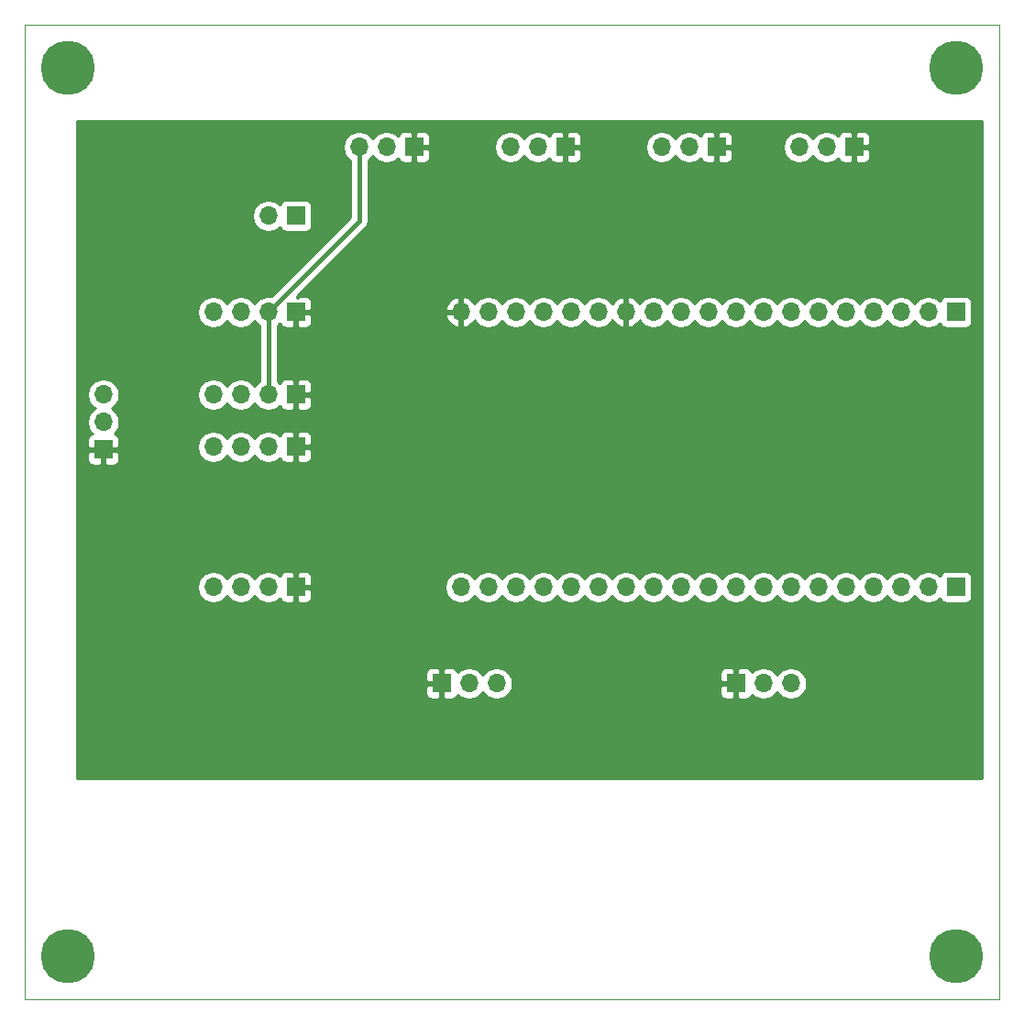
<source format=gbr>
%TF.GenerationSoftware,KiCad,Pcbnew,5.1.10-88a1d61d58~90~ubuntu21.04.1*%
%TF.CreationDate,2021-11-07T22:57:26+01:00*%
%TF.ProjectId,terrarium,74657272-6172-4697-956d-2e6b69636164,rev?*%
%TF.SameCoordinates,Original*%
%TF.FileFunction,Copper,L2,Bot*%
%TF.FilePolarity,Positive*%
%FSLAX46Y46*%
G04 Gerber Fmt 4.6, Leading zero omitted, Abs format (unit mm)*
G04 Created by KiCad (PCBNEW 5.1.10-88a1d61d58~90~ubuntu21.04.1) date 2021-11-07 22:57:26*
%MOMM*%
%LPD*%
G01*
G04 APERTURE LIST*
%TA.AperFunction,Profile*%
%ADD10C,0.050000*%
%TD*%
%TA.AperFunction,ComponentPad*%
%ADD11O,1.700000X1.700000*%
%TD*%
%TA.AperFunction,ComponentPad*%
%ADD12R,1.700000X1.700000*%
%TD*%
%TA.AperFunction,ViaPad*%
%ADD13C,5.000000*%
%TD*%
%TA.AperFunction,Conductor*%
%ADD14C,0.400000*%
%TD*%
%TA.AperFunction,Conductor*%
%ADD15C,0.254000*%
%TD*%
%TA.AperFunction,Conductor*%
%ADD16C,0.100000*%
%TD*%
G04 APERTURE END LIST*
D10*
X131000000Y-23000000D02*
X41000000Y-23000000D01*
X131000000Y-113000000D02*
X131000000Y-23000000D01*
X41000000Y-113000000D02*
X131000000Y-113000000D01*
X41000000Y-23000000D02*
X41000000Y-113000000D01*
D11*
%TO.P,i2c4,4*%
%TO.N,SCL*%
X58420000Y-61976000D03*
%TO.P,i2c4,3*%
%TO.N,SDA*%
X60960000Y-61976000D03*
%TO.P,i2c4,2*%
%TO.N,3v3*%
X63500000Y-61976000D03*
D12*
%TO.P,i2c4,1*%
%TO.N,GND*%
X66040000Y-61976000D03*
%TD*%
D11*
%TO.P,rxtx1,2*%
%TO.N,TX*%
X63500000Y-40640000D03*
D12*
%TO.P,rxtx1,1*%
%TO.N,RX*%
X66040000Y-40640000D03*
%TD*%
D11*
%TO.P,i2c3,4*%
%TO.N,SCL*%
X58420000Y-57150000D03*
%TO.P,i2c3,3*%
%TO.N,SDA*%
X60960000Y-57150000D03*
%TO.P,i2c3,2*%
%TO.N,VCC*%
X63500000Y-57150000D03*
D12*
%TO.P,i2c3,1*%
%TO.N,GND*%
X66040000Y-57150000D03*
%TD*%
D11*
%TO.P,ExternalPower1,3*%
%TO.N,VCC*%
X48260000Y-57150000D03*
%TO.P,ExternalPower1,2*%
%TO.N,3v3*%
X48260000Y-59690000D03*
D12*
%TO.P,ExternalPower1,1*%
%TO.N,GND*%
X48260000Y-62230000D03*
%TD*%
D11*
%TO.P,temp4,3*%
%TO.N,VCC*%
X71882000Y-34290000D03*
%TO.P,temp4,2*%
%TO.N,G19*%
X74422000Y-34290000D03*
D12*
%TO.P,temp4,1*%
%TO.N,GND*%
X76962000Y-34290000D03*
%TD*%
D11*
%TO.P,temp3,3*%
%TO.N,VCC*%
X85852000Y-34290000D03*
%TO.P,temp3,2*%
%TO.N,G18*%
X88392000Y-34290000D03*
D12*
%TO.P,temp3,1*%
%TO.N,GND*%
X90932000Y-34290000D03*
%TD*%
D11*
%TO.P,temp2,3*%
%TO.N,VCC*%
X99822000Y-34290000D03*
%TO.P,temp2,2*%
%TO.N,G17*%
X102362000Y-34290000D03*
D12*
%TO.P,temp2,1*%
%TO.N,GND*%
X104902000Y-34290000D03*
%TD*%
D11*
%TO.P,temp1,3*%
%TO.N,VCC*%
X112522000Y-34290000D03*
%TO.P,temp1,2*%
%TO.N,G16*%
X115062000Y-34290000D03*
D12*
%TO.P,temp1,1*%
%TO.N,GND*%
X117602000Y-34290000D03*
%TD*%
D11*
%TO.P,relay2,3*%
%TO.N,G5*%
X84582000Y-83820000D03*
%TO.P,relay2,2*%
%TO.N,VCC*%
X82042000Y-83820000D03*
D12*
%TO.P,relay2,1*%
%TO.N,GND*%
X79502000Y-83820000D03*
%TD*%
D11*
%TO.P,relay1,3*%
%TO.N,G4*%
X111760000Y-83820000D03*
%TO.P,relay1,2*%
%TO.N,VCC*%
X109220000Y-83820000D03*
D12*
%TO.P,relay1,1*%
%TO.N,GND*%
X106680000Y-83820000D03*
%TD*%
D11*
%TO.P,i2c2,4*%
%TO.N,SCL*%
X58420000Y-49530000D03*
%TO.P,i2c2,3*%
%TO.N,SDA*%
X60960000Y-49530000D03*
%TO.P,i2c2,2*%
%TO.N,VCC*%
X63500000Y-49530000D03*
D12*
%TO.P,i2c2,1*%
%TO.N,GND*%
X66040000Y-49530000D03*
%TD*%
D11*
%TO.P,i2c1,4*%
%TO.N,SCL*%
X58420000Y-74930000D03*
%TO.P,i2c1,3*%
%TO.N,SDA*%
X60960000Y-74930000D03*
%TO.P,i2c1,2*%
%TO.N,3v3*%
X63500000Y-74930000D03*
D12*
%TO.P,i2c1,1*%
%TO.N,GND*%
X66040000Y-74930000D03*
%TD*%
D11*
%TO.P,esp32-right1,19*%
%TO.N,3v3*%
X81280000Y-74930000D03*
%TO.P,esp32-right1,18*%
%TO.N,Net-(esp32-right1-Pad18)*%
X83820000Y-74930000D03*
%TO.P,esp32-right1,17*%
%TO.N,Net-(esp32-right1-Pad17)*%
X86360000Y-74930000D03*
%TO.P,esp32-right1,16*%
%TO.N,Net-(esp32-right1-Pad16)*%
X88900000Y-74930000D03*
%TO.P,esp32-right1,15*%
%TO.N,Net-(esp32-right1-Pad15)*%
X91440000Y-74930000D03*
%TO.P,esp32-right1,14*%
%TO.N,Net-(esp32-right1-Pad14)*%
X93980000Y-74930000D03*
%TO.P,esp32-right1,13*%
%TO.N,Net-(esp32-right1-Pad13)*%
X96520000Y-74930000D03*
%TO.P,esp32-right1,12*%
%TO.N,Net-(esp32-right1-Pad12)*%
X99060000Y-74930000D03*
%TO.P,esp32-right1,11*%
%TO.N,Net-(esp32-right1-Pad11)*%
X101600000Y-74930000D03*
%TO.P,esp32-right1,10*%
%TO.N,Net-(esp32-right1-Pad10)*%
X104140000Y-74930000D03*
%TO.P,esp32-right1,9*%
%TO.N,Net-(esp32-right1-Pad9)*%
X106680000Y-74930000D03*
%TO.P,esp32-right1,8*%
%TO.N,Net-(esp32-right1-Pad8)*%
X109220000Y-74930000D03*
%TO.P,esp32-right1,7*%
%TO.N,Net-(esp32-right1-Pad7)*%
X111760000Y-74930000D03*
%TO.P,esp32-right1,6*%
%TO.N,Net-(esp32-right1-Pad6)*%
X114300000Y-74930000D03*
%TO.P,esp32-right1,5*%
%TO.N,Net-(esp32-right1-Pad5)*%
X116840000Y-74930000D03*
%TO.P,esp32-right1,4*%
%TO.N,Net-(esp32-right1-Pad4)*%
X119380000Y-74930000D03*
%TO.P,esp32-right1,3*%
%TO.N,Net-(esp32-right1-Pad3)*%
X121920000Y-74930000D03*
%TO.P,esp32-right1,2*%
%TO.N,Net-(esp32-right1-Pad2)*%
X124460000Y-74930000D03*
D12*
%TO.P,esp32-right1,1*%
%TO.N,VCC*%
X127000000Y-74930000D03*
%TD*%
D11*
%TO.P,esp32-left1,19*%
%TO.N,GND*%
X81280000Y-49530000D03*
%TO.P,esp32-left1,18*%
%TO.N,Net-(esp32-left1-Pad18)*%
X83820000Y-49530000D03*
%TO.P,esp32-left1,17*%
%TO.N,SCL*%
X86360000Y-49530000D03*
%TO.P,esp32-left1,16*%
%TO.N,TX*%
X88900000Y-49530000D03*
%TO.P,esp32-left1,15*%
%TO.N,RX*%
X91440000Y-49530000D03*
%TO.P,esp32-left1,14*%
%TO.N,SDA*%
X93980000Y-49530000D03*
%TO.P,esp32-left1,13*%
%TO.N,GND*%
X96520000Y-49530000D03*
%TO.P,esp32-left1,12*%
%TO.N,G19*%
X99060000Y-49530000D03*
%TO.P,esp32-left1,11*%
%TO.N,G18*%
X101600000Y-49530000D03*
%TO.P,esp32-left1,10*%
%TO.N,G5*%
X104140000Y-49530000D03*
%TO.P,esp32-left1,9*%
%TO.N,G17*%
X106680000Y-49530000D03*
%TO.P,esp32-left1,8*%
%TO.N,G16*%
X109220000Y-49530000D03*
%TO.P,esp32-left1,7*%
%TO.N,G4*%
X111760000Y-49530000D03*
%TO.P,esp32-left1,6*%
%TO.N,Net-(esp32-left1-Pad6)*%
X114300000Y-49530000D03*
%TO.P,esp32-left1,5*%
%TO.N,Net-(esp32-left1-Pad5)*%
X116840000Y-49530000D03*
%TO.P,esp32-left1,4*%
%TO.N,Net-(esp32-left1-Pad4)*%
X119380000Y-49530000D03*
%TO.P,esp32-left1,3*%
%TO.N,Net-(esp32-left1-Pad3)*%
X121920000Y-49530000D03*
%TO.P,esp32-left1,2*%
%TO.N,Net-(esp32-left1-Pad2)*%
X124460000Y-49530000D03*
D12*
%TO.P,esp32-left1,1*%
%TO.N,Net-(esp32-left1-Pad1)*%
X127000000Y-49530000D03*
%TD*%
D13*
%TO.N,*%
X45000000Y-27000000D03*
X45000000Y-109000000D03*
X127000000Y-109000000D03*
X127000000Y-27000000D03*
%TD*%
D14*
%TO.N,VCC*%
X71882000Y-41148000D02*
X63500000Y-49530000D01*
X71882000Y-34290000D02*
X71882000Y-41148000D01*
X63500000Y-49530000D02*
X63500000Y-57150000D01*
%TD*%
D15*
%TO.N,GND*%
X129413000Y-92583000D02*
X45847000Y-92583000D01*
X45847000Y-84670000D01*
X78013928Y-84670000D01*
X78026188Y-84794482D01*
X78062498Y-84914180D01*
X78121463Y-85024494D01*
X78200815Y-85121185D01*
X78297506Y-85200537D01*
X78407820Y-85259502D01*
X78527518Y-85295812D01*
X78652000Y-85308072D01*
X79216250Y-85305000D01*
X79375000Y-85146250D01*
X79375000Y-83947000D01*
X78175750Y-83947000D01*
X78017000Y-84105750D01*
X78013928Y-84670000D01*
X45847000Y-84670000D01*
X45847000Y-82970000D01*
X78013928Y-82970000D01*
X78017000Y-83534250D01*
X78175750Y-83693000D01*
X79375000Y-83693000D01*
X79375000Y-82493750D01*
X79629000Y-82493750D01*
X79629000Y-83693000D01*
X79649000Y-83693000D01*
X79649000Y-83947000D01*
X79629000Y-83947000D01*
X79629000Y-85146250D01*
X79787750Y-85305000D01*
X80352000Y-85308072D01*
X80476482Y-85295812D01*
X80596180Y-85259502D01*
X80706494Y-85200537D01*
X80803185Y-85121185D01*
X80882537Y-85024494D01*
X80941502Y-84914180D01*
X80963513Y-84841620D01*
X81095368Y-84973475D01*
X81338589Y-85135990D01*
X81608842Y-85247932D01*
X81895740Y-85305000D01*
X82188260Y-85305000D01*
X82475158Y-85247932D01*
X82745411Y-85135990D01*
X82988632Y-84973475D01*
X83195475Y-84766632D01*
X83312000Y-84592240D01*
X83428525Y-84766632D01*
X83635368Y-84973475D01*
X83878589Y-85135990D01*
X84148842Y-85247932D01*
X84435740Y-85305000D01*
X84728260Y-85305000D01*
X85015158Y-85247932D01*
X85285411Y-85135990D01*
X85528632Y-84973475D01*
X85735475Y-84766632D01*
X85800042Y-84670000D01*
X105191928Y-84670000D01*
X105204188Y-84794482D01*
X105240498Y-84914180D01*
X105299463Y-85024494D01*
X105378815Y-85121185D01*
X105475506Y-85200537D01*
X105585820Y-85259502D01*
X105705518Y-85295812D01*
X105830000Y-85308072D01*
X106394250Y-85305000D01*
X106553000Y-85146250D01*
X106553000Y-83947000D01*
X105353750Y-83947000D01*
X105195000Y-84105750D01*
X105191928Y-84670000D01*
X85800042Y-84670000D01*
X85897990Y-84523411D01*
X86009932Y-84253158D01*
X86067000Y-83966260D01*
X86067000Y-83673740D01*
X86009932Y-83386842D01*
X85897990Y-83116589D01*
X85800043Y-82970000D01*
X105191928Y-82970000D01*
X105195000Y-83534250D01*
X105353750Y-83693000D01*
X106553000Y-83693000D01*
X106553000Y-82493750D01*
X106807000Y-82493750D01*
X106807000Y-83693000D01*
X106827000Y-83693000D01*
X106827000Y-83947000D01*
X106807000Y-83947000D01*
X106807000Y-85146250D01*
X106965750Y-85305000D01*
X107530000Y-85308072D01*
X107654482Y-85295812D01*
X107774180Y-85259502D01*
X107884494Y-85200537D01*
X107981185Y-85121185D01*
X108060537Y-85024494D01*
X108119502Y-84914180D01*
X108141513Y-84841620D01*
X108273368Y-84973475D01*
X108516589Y-85135990D01*
X108786842Y-85247932D01*
X109073740Y-85305000D01*
X109366260Y-85305000D01*
X109653158Y-85247932D01*
X109923411Y-85135990D01*
X110166632Y-84973475D01*
X110373475Y-84766632D01*
X110490000Y-84592240D01*
X110606525Y-84766632D01*
X110813368Y-84973475D01*
X111056589Y-85135990D01*
X111326842Y-85247932D01*
X111613740Y-85305000D01*
X111906260Y-85305000D01*
X112193158Y-85247932D01*
X112463411Y-85135990D01*
X112706632Y-84973475D01*
X112913475Y-84766632D01*
X113075990Y-84523411D01*
X113187932Y-84253158D01*
X113245000Y-83966260D01*
X113245000Y-83673740D01*
X113187932Y-83386842D01*
X113075990Y-83116589D01*
X112913475Y-82873368D01*
X112706632Y-82666525D01*
X112463411Y-82504010D01*
X112193158Y-82392068D01*
X111906260Y-82335000D01*
X111613740Y-82335000D01*
X111326842Y-82392068D01*
X111056589Y-82504010D01*
X110813368Y-82666525D01*
X110606525Y-82873368D01*
X110490000Y-83047760D01*
X110373475Y-82873368D01*
X110166632Y-82666525D01*
X109923411Y-82504010D01*
X109653158Y-82392068D01*
X109366260Y-82335000D01*
X109073740Y-82335000D01*
X108786842Y-82392068D01*
X108516589Y-82504010D01*
X108273368Y-82666525D01*
X108141513Y-82798380D01*
X108119502Y-82725820D01*
X108060537Y-82615506D01*
X107981185Y-82518815D01*
X107884494Y-82439463D01*
X107774180Y-82380498D01*
X107654482Y-82344188D01*
X107530000Y-82331928D01*
X106965750Y-82335000D01*
X106807000Y-82493750D01*
X106553000Y-82493750D01*
X106394250Y-82335000D01*
X105830000Y-82331928D01*
X105705518Y-82344188D01*
X105585820Y-82380498D01*
X105475506Y-82439463D01*
X105378815Y-82518815D01*
X105299463Y-82615506D01*
X105240498Y-82725820D01*
X105204188Y-82845518D01*
X105191928Y-82970000D01*
X85800043Y-82970000D01*
X85735475Y-82873368D01*
X85528632Y-82666525D01*
X85285411Y-82504010D01*
X85015158Y-82392068D01*
X84728260Y-82335000D01*
X84435740Y-82335000D01*
X84148842Y-82392068D01*
X83878589Y-82504010D01*
X83635368Y-82666525D01*
X83428525Y-82873368D01*
X83312000Y-83047760D01*
X83195475Y-82873368D01*
X82988632Y-82666525D01*
X82745411Y-82504010D01*
X82475158Y-82392068D01*
X82188260Y-82335000D01*
X81895740Y-82335000D01*
X81608842Y-82392068D01*
X81338589Y-82504010D01*
X81095368Y-82666525D01*
X80963513Y-82798380D01*
X80941502Y-82725820D01*
X80882537Y-82615506D01*
X80803185Y-82518815D01*
X80706494Y-82439463D01*
X80596180Y-82380498D01*
X80476482Y-82344188D01*
X80352000Y-82331928D01*
X79787750Y-82335000D01*
X79629000Y-82493750D01*
X79375000Y-82493750D01*
X79216250Y-82335000D01*
X78652000Y-82331928D01*
X78527518Y-82344188D01*
X78407820Y-82380498D01*
X78297506Y-82439463D01*
X78200815Y-82518815D01*
X78121463Y-82615506D01*
X78062498Y-82725820D01*
X78026188Y-82845518D01*
X78013928Y-82970000D01*
X45847000Y-82970000D01*
X45847000Y-74783740D01*
X56935000Y-74783740D01*
X56935000Y-75076260D01*
X56992068Y-75363158D01*
X57104010Y-75633411D01*
X57266525Y-75876632D01*
X57473368Y-76083475D01*
X57716589Y-76245990D01*
X57986842Y-76357932D01*
X58273740Y-76415000D01*
X58566260Y-76415000D01*
X58853158Y-76357932D01*
X59123411Y-76245990D01*
X59366632Y-76083475D01*
X59573475Y-75876632D01*
X59690000Y-75702240D01*
X59806525Y-75876632D01*
X60013368Y-76083475D01*
X60256589Y-76245990D01*
X60526842Y-76357932D01*
X60813740Y-76415000D01*
X61106260Y-76415000D01*
X61393158Y-76357932D01*
X61663411Y-76245990D01*
X61906632Y-76083475D01*
X62113475Y-75876632D01*
X62230000Y-75702240D01*
X62346525Y-75876632D01*
X62553368Y-76083475D01*
X62796589Y-76245990D01*
X63066842Y-76357932D01*
X63353740Y-76415000D01*
X63646260Y-76415000D01*
X63933158Y-76357932D01*
X64203411Y-76245990D01*
X64446632Y-76083475D01*
X64578487Y-75951620D01*
X64600498Y-76024180D01*
X64659463Y-76134494D01*
X64738815Y-76231185D01*
X64835506Y-76310537D01*
X64945820Y-76369502D01*
X65065518Y-76405812D01*
X65190000Y-76418072D01*
X65754250Y-76415000D01*
X65913000Y-76256250D01*
X65913000Y-75057000D01*
X66167000Y-75057000D01*
X66167000Y-76256250D01*
X66325750Y-76415000D01*
X66890000Y-76418072D01*
X67014482Y-76405812D01*
X67134180Y-76369502D01*
X67244494Y-76310537D01*
X67341185Y-76231185D01*
X67420537Y-76134494D01*
X67479502Y-76024180D01*
X67515812Y-75904482D01*
X67528072Y-75780000D01*
X67525000Y-75215750D01*
X67366250Y-75057000D01*
X66167000Y-75057000D01*
X65913000Y-75057000D01*
X65893000Y-75057000D01*
X65893000Y-74803000D01*
X65913000Y-74803000D01*
X65913000Y-73603750D01*
X66167000Y-73603750D01*
X66167000Y-74803000D01*
X67366250Y-74803000D01*
X67385510Y-74783740D01*
X79795000Y-74783740D01*
X79795000Y-75076260D01*
X79852068Y-75363158D01*
X79964010Y-75633411D01*
X80126525Y-75876632D01*
X80333368Y-76083475D01*
X80576589Y-76245990D01*
X80846842Y-76357932D01*
X81133740Y-76415000D01*
X81426260Y-76415000D01*
X81713158Y-76357932D01*
X81983411Y-76245990D01*
X82226632Y-76083475D01*
X82433475Y-75876632D01*
X82550000Y-75702240D01*
X82666525Y-75876632D01*
X82873368Y-76083475D01*
X83116589Y-76245990D01*
X83386842Y-76357932D01*
X83673740Y-76415000D01*
X83966260Y-76415000D01*
X84253158Y-76357932D01*
X84523411Y-76245990D01*
X84766632Y-76083475D01*
X84973475Y-75876632D01*
X85090000Y-75702240D01*
X85206525Y-75876632D01*
X85413368Y-76083475D01*
X85656589Y-76245990D01*
X85926842Y-76357932D01*
X86213740Y-76415000D01*
X86506260Y-76415000D01*
X86793158Y-76357932D01*
X87063411Y-76245990D01*
X87306632Y-76083475D01*
X87513475Y-75876632D01*
X87630000Y-75702240D01*
X87746525Y-75876632D01*
X87953368Y-76083475D01*
X88196589Y-76245990D01*
X88466842Y-76357932D01*
X88753740Y-76415000D01*
X89046260Y-76415000D01*
X89333158Y-76357932D01*
X89603411Y-76245990D01*
X89846632Y-76083475D01*
X90053475Y-75876632D01*
X90170000Y-75702240D01*
X90286525Y-75876632D01*
X90493368Y-76083475D01*
X90736589Y-76245990D01*
X91006842Y-76357932D01*
X91293740Y-76415000D01*
X91586260Y-76415000D01*
X91873158Y-76357932D01*
X92143411Y-76245990D01*
X92386632Y-76083475D01*
X92593475Y-75876632D01*
X92710000Y-75702240D01*
X92826525Y-75876632D01*
X93033368Y-76083475D01*
X93276589Y-76245990D01*
X93546842Y-76357932D01*
X93833740Y-76415000D01*
X94126260Y-76415000D01*
X94413158Y-76357932D01*
X94683411Y-76245990D01*
X94926632Y-76083475D01*
X95133475Y-75876632D01*
X95250000Y-75702240D01*
X95366525Y-75876632D01*
X95573368Y-76083475D01*
X95816589Y-76245990D01*
X96086842Y-76357932D01*
X96373740Y-76415000D01*
X96666260Y-76415000D01*
X96953158Y-76357932D01*
X97223411Y-76245990D01*
X97466632Y-76083475D01*
X97673475Y-75876632D01*
X97790000Y-75702240D01*
X97906525Y-75876632D01*
X98113368Y-76083475D01*
X98356589Y-76245990D01*
X98626842Y-76357932D01*
X98913740Y-76415000D01*
X99206260Y-76415000D01*
X99493158Y-76357932D01*
X99763411Y-76245990D01*
X100006632Y-76083475D01*
X100213475Y-75876632D01*
X100330000Y-75702240D01*
X100446525Y-75876632D01*
X100653368Y-76083475D01*
X100896589Y-76245990D01*
X101166842Y-76357932D01*
X101453740Y-76415000D01*
X101746260Y-76415000D01*
X102033158Y-76357932D01*
X102303411Y-76245990D01*
X102546632Y-76083475D01*
X102753475Y-75876632D01*
X102870000Y-75702240D01*
X102986525Y-75876632D01*
X103193368Y-76083475D01*
X103436589Y-76245990D01*
X103706842Y-76357932D01*
X103993740Y-76415000D01*
X104286260Y-76415000D01*
X104573158Y-76357932D01*
X104843411Y-76245990D01*
X105086632Y-76083475D01*
X105293475Y-75876632D01*
X105410000Y-75702240D01*
X105526525Y-75876632D01*
X105733368Y-76083475D01*
X105976589Y-76245990D01*
X106246842Y-76357932D01*
X106533740Y-76415000D01*
X106826260Y-76415000D01*
X107113158Y-76357932D01*
X107383411Y-76245990D01*
X107626632Y-76083475D01*
X107833475Y-75876632D01*
X107950000Y-75702240D01*
X108066525Y-75876632D01*
X108273368Y-76083475D01*
X108516589Y-76245990D01*
X108786842Y-76357932D01*
X109073740Y-76415000D01*
X109366260Y-76415000D01*
X109653158Y-76357932D01*
X109923411Y-76245990D01*
X110166632Y-76083475D01*
X110373475Y-75876632D01*
X110490000Y-75702240D01*
X110606525Y-75876632D01*
X110813368Y-76083475D01*
X111056589Y-76245990D01*
X111326842Y-76357932D01*
X111613740Y-76415000D01*
X111906260Y-76415000D01*
X112193158Y-76357932D01*
X112463411Y-76245990D01*
X112706632Y-76083475D01*
X112913475Y-75876632D01*
X113030000Y-75702240D01*
X113146525Y-75876632D01*
X113353368Y-76083475D01*
X113596589Y-76245990D01*
X113866842Y-76357932D01*
X114153740Y-76415000D01*
X114446260Y-76415000D01*
X114733158Y-76357932D01*
X115003411Y-76245990D01*
X115246632Y-76083475D01*
X115453475Y-75876632D01*
X115570000Y-75702240D01*
X115686525Y-75876632D01*
X115893368Y-76083475D01*
X116136589Y-76245990D01*
X116406842Y-76357932D01*
X116693740Y-76415000D01*
X116986260Y-76415000D01*
X117273158Y-76357932D01*
X117543411Y-76245990D01*
X117786632Y-76083475D01*
X117993475Y-75876632D01*
X118110000Y-75702240D01*
X118226525Y-75876632D01*
X118433368Y-76083475D01*
X118676589Y-76245990D01*
X118946842Y-76357932D01*
X119233740Y-76415000D01*
X119526260Y-76415000D01*
X119813158Y-76357932D01*
X120083411Y-76245990D01*
X120326632Y-76083475D01*
X120533475Y-75876632D01*
X120650000Y-75702240D01*
X120766525Y-75876632D01*
X120973368Y-76083475D01*
X121216589Y-76245990D01*
X121486842Y-76357932D01*
X121773740Y-76415000D01*
X122066260Y-76415000D01*
X122353158Y-76357932D01*
X122623411Y-76245990D01*
X122866632Y-76083475D01*
X123073475Y-75876632D01*
X123190000Y-75702240D01*
X123306525Y-75876632D01*
X123513368Y-76083475D01*
X123756589Y-76245990D01*
X124026842Y-76357932D01*
X124313740Y-76415000D01*
X124606260Y-76415000D01*
X124893158Y-76357932D01*
X125163411Y-76245990D01*
X125406632Y-76083475D01*
X125538487Y-75951620D01*
X125560498Y-76024180D01*
X125619463Y-76134494D01*
X125698815Y-76231185D01*
X125795506Y-76310537D01*
X125905820Y-76369502D01*
X126025518Y-76405812D01*
X126150000Y-76418072D01*
X127850000Y-76418072D01*
X127974482Y-76405812D01*
X128094180Y-76369502D01*
X128204494Y-76310537D01*
X128301185Y-76231185D01*
X128380537Y-76134494D01*
X128439502Y-76024180D01*
X128475812Y-75904482D01*
X128488072Y-75780000D01*
X128488072Y-74080000D01*
X128475812Y-73955518D01*
X128439502Y-73835820D01*
X128380537Y-73725506D01*
X128301185Y-73628815D01*
X128204494Y-73549463D01*
X128094180Y-73490498D01*
X127974482Y-73454188D01*
X127850000Y-73441928D01*
X126150000Y-73441928D01*
X126025518Y-73454188D01*
X125905820Y-73490498D01*
X125795506Y-73549463D01*
X125698815Y-73628815D01*
X125619463Y-73725506D01*
X125560498Y-73835820D01*
X125538487Y-73908380D01*
X125406632Y-73776525D01*
X125163411Y-73614010D01*
X124893158Y-73502068D01*
X124606260Y-73445000D01*
X124313740Y-73445000D01*
X124026842Y-73502068D01*
X123756589Y-73614010D01*
X123513368Y-73776525D01*
X123306525Y-73983368D01*
X123190000Y-74157760D01*
X123073475Y-73983368D01*
X122866632Y-73776525D01*
X122623411Y-73614010D01*
X122353158Y-73502068D01*
X122066260Y-73445000D01*
X121773740Y-73445000D01*
X121486842Y-73502068D01*
X121216589Y-73614010D01*
X120973368Y-73776525D01*
X120766525Y-73983368D01*
X120650000Y-74157760D01*
X120533475Y-73983368D01*
X120326632Y-73776525D01*
X120083411Y-73614010D01*
X119813158Y-73502068D01*
X119526260Y-73445000D01*
X119233740Y-73445000D01*
X118946842Y-73502068D01*
X118676589Y-73614010D01*
X118433368Y-73776525D01*
X118226525Y-73983368D01*
X118110000Y-74157760D01*
X117993475Y-73983368D01*
X117786632Y-73776525D01*
X117543411Y-73614010D01*
X117273158Y-73502068D01*
X116986260Y-73445000D01*
X116693740Y-73445000D01*
X116406842Y-73502068D01*
X116136589Y-73614010D01*
X115893368Y-73776525D01*
X115686525Y-73983368D01*
X115570000Y-74157760D01*
X115453475Y-73983368D01*
X115246632Y-73776525D01*
X115003411Y-73614010D01*
X114733158Y-73502068D01*
X114446260Y-73445000D01*
X114153740Y-73445000D01*
X113866842Y-73502068D01*
X113596589Y-73614010D01*
X113353368Y-73776525D01*
X113146525Y-73983368D01*
X113030000Y-74157760D01*
X112913475Y-73983368D01*
X112706632Y-73776525D01*
X112463411Y-73614010D01*
X112193158Y-73502068D01*
X111906260Y-73445000D01*
X111613740Y-73445000D01*
X111326842Y-73502068D01*
X111056589Y-73614010D01*
X110813368Y-73776525D01*
X110606525Y-73983368D01*
X110490000Y-74157760D01*
X110373475Y-73983368D01*
X110166632Y-73776525D01*
X109923411Y-73614010D01*
X109653158Y-73502068D01*
X109366260Y-73445000D01*
X109073740Y-73445000D01*
X108786842Y-73502068D01*
X108516589Y-73614010D01*
X108273368Y-73776525D01*
X108066525Y-73983368D01*
X107950000Y-74157760D01*
X107833475Y-73983368D01*
X107626632Y-73776525D01*
X107383411Y-73614010D01*
X107113158Y-73502068D01*
X106826260Y-73445000D01*
X106533740Y-73445000D01*
X106246842Y-73502068D01*
X105976589Y-73614010D01*
X105733368Y-73776525D01*
X105526525Y-73983368D01*
X105410000Y-74157760D01*
X105293475Y-73983368D01*
X105086632Y-73776525D01*
X104843411Y-73614010D01*
X104573158Y-73502068D01*
X104286260Y-73445000D01*
X103993740Y-73445000D01*
X103706842Y-73502068D01*
X103436589Y-73614010D01*
X103193368Y-73776525D01*
X102986525Y-73983368D01*
X102870000Y-74157760D01*
X102753475Y-73983368D01*
X102546632Y-73776525D01*
X102303411Y-73614010D01*
X102033158Y-73502068D01*
X101746260Y-73445000D01*
X101453740Y-73445000D01*
X101166842Y-73502068D01*
X100896589Y-73614010D01*
X100653368Y-73776525D01*
X100446525Y-73983368D01*
X100330000Y-74157760D01*
X100213475Y-73983368D01*
X100006632Y-73776525D01*
X99763411Y-73614010D01*
X99493158Y-73502068D01*
X99206260Y-73445000D01*
X98913740Y-73445000D01*
X98626842Y-73502068D01*
X98356589Y-73614010D01*
X98113368Y-73776525D01*
X97906525Y-73983368D01*
X97790000Y-74157760D01*
X97673475Y-73983368D01*
X97466632Y-73776525D01*
X97223411Y-73614010D01*
X96953158Y-73502068D01*
X96666260Y-73445000D01*
X96373740Y-73445000D01*
X96086842Y-73502068D01*
X95816589Y-73614010D01*
X95573368Y-73776525D01*
X95366525Y-73983368D01*
X95250000Y-74157760D01*
X95133475Y-73983368D01*
X94926632Y-73776525D01*
X94683411Y-73614010D01*
X94413158Y-73502068D01*
X94126260Y-73445000D01*
X93833740Y-73445000D01*
X93546842Y-73502068D01*
X93276589Y-73614010D01*
X93033368Y-73776525D01*
X92826525Y-73983368D01*
X92710000Y-74157760D01*
X92593475Y-73983368D01*
X92386632Y-73776525D01*
X92143411Y-73614010D01*
X91873158Y-73502068D01*
X91586260Y-73445000D01*
X91293740Y-73445000D01*
X91006842Y-73502068D01*
X90736589Y-73614010D01*
X90493368Y-73776525D01*
X90286525Y-73983368D01*
X90170000Y-74157760D01*
X90053475Y-73983368D01*
X89846632Y-73776525D01*
X89603411Y-73614010D01*
X89333158Y-73502068D01*
X89046260Y-73445000D01*
X88753740Y-73445000D01*
X88466842Y-73502068D01*
X88196589Y-73614010D01*
X87953368Y-73776525D01*
X87746525Y-73983368D01*
X87630000Y-74157760D01*
X87513475Y-73983368D01*
X87306632Y-73776525D01*
X87063411Y-73614010D01*
X86793158Y-73502068D01*
X86506260Y-73445000D01*
X86213740Y-73445000D01*
X85926842Y-73502068D01*
X85656589Y-73614010D01*
X85413368Y-73776525D01*
X85206525Y-73983368D01*
X85090000Y-74157760D01*
X84973475Y-73983368D01*
X84766632Y-73776525D01*
X84523411Y-73614010D01*
X84253158Y-73502068D01*
X83966260Y-73445000D01*
X83673740Y-73445000D01*
X83386842Y-73502068D01*
X83116589Y-73614010D01*
X82873368Y-73776525D01*
X82666525Y-73983368D01*
X82550000Y-74157760D01*
X82433475Y-73983368D01*
X82226632Y-73776525D01*
X81983411Y-73614010D01*
X81713158Y-73502068D01*
X81426260Y-73445000D01*
X81133740Y-73445000D01*
X80846842Y-73502068D01*
X80576589Y-73614010D01*
X80333368Y-73776525D01*
X80126525Y-73983368D01*
X79964010Y-74226589D01*
X79852068Y-74496842D01*
X79795000Y-74783740D01*
X67385510Y-74783740D01*
X67525000Y-74644250D01*
X67528072Y-74080000D01*
X67515812Y-73955518D01*
X67479502Y-73835820D01*
X67420537Y-73725506D01*
X67341185Y-73628815D01*
X67244494Y-73549463D01*
X67134180Y-73490498D01*
X67014482Y-73454188D01*
X66890000Y-73441928D01*
X66325750Y-73445000D01*
X66167000Y-73603750D01*
X65913000Y-73603750D01*
X65754250Y-73445000D01*
X65190000Y-73441928D01*
X65065518Y-73454188D01*
X64945820Y-73490498D01*
X64835506Y-73549463D01*
X64738815Y-73628815D01*
X64659463Y-73725506D01*
X64600498Y-73835820D01*
X64578487Y-73908380D01*
X64446632Y-73776525D01*
X64203411Y-73614010D01*
X63933158Y-73502068D01*
X63646260Y-73445000D01*
X63353740Y-73445000D01*
X63066842Y-73502068D01*
X62796589Y-73614010D01*
X62553368Y-73776525D01*
X62346525Y-73983368D01*
X62230000Y-74157760D01*
X62113475Y-73983368D01*
X61906632Y-73776525D01*
X61663411Y-73614010D01*
X61393158Y-73502068D01*
X61106260Y-73445000D01*
X60813740Y-73445000D01*
X60526842Y-73502068D01*
X60256589Y-73614010D01*
X60013368Y-73776525D01*
X59806525Y-73983368D01*
X59690000Y-74157760D01*
X59573475Y-73983368D01*
X59366632Y-73776525D01*
X59123411Y-73614010D01*
X58853158Y-73502068D01*
X58566260Y-73445000D01*
X58273740Y-73445000D01*
X57986842Y-73502068D01*
X57716589Y-73614010D01*
X57473368Y-73776525D01*
X57266525Y-73983368D01*
X57104010Y-74226589D01*
X56992068Y-74496842D01*
X56935000Y-74783740D01*
X45847000Y-74783740D01*
X45847000Y-63080000D01*
X46771928Y-63080000D01*
X46784188Y-63204482D01*
X46820498Y-63324180D01*
X46879463Y-63434494D01*
X46958815Y-63531185D01*
X47055506Y-63610537D01*
X47165820Y-63669502D01*
X47285518Y-63705812D01*
X47410000Y-63718072D01*
X47974250Y-63715000D01*
X48133000Y-63556250D01*
X48133000Y-62357000D01*
X48387000Y-62357000D01*
X48387000Y-63556250D01*
X48545750Y-63715000D01*
X49110000Y-63718072D01*
X49234482Y-63705812D01*
X49354180Y-63669502D01*
X49464494Y-63610537D01*
X49561185Y-63531185D01*
X49640537Y-63434494D01*
X49699502Y-63324180D01*
X49735812Y-63204482D01*
X49748072Y-63080000D01*
X49745000Y-62515750D01*
X49586250Y-62357000D01*
X48387000Y-62357000D01*
X48133000Y-62357000D01*
X46933750Y-62357000D01*
X46775000Y-62515750D01*
X46771928Y-63080000D01*
X45847000Y-63080000D01*
X45847000Y-61380000D01*
X46771928Y-61380000D01*
X46775000Y-61944250D01*
X46933750Y-62103000D01*
X48133000Y-62103000D01*
X48133000Y-62083000D01*
X48387000Y-62083000D01*
X48387000Y-62103000D01*
X49586250Y-62103000D01*
X49745000Y-61944250D01*
X49745623Y-61829740D01*
X56935000Y-61829740D01*
X56935000Y-62122260D01*
X56992068Y-62409158D01*
X57104010Y-62679411D01*
X57266525Y-62922632D01*
X57473368Y-63129475D01*
X57716589Y-63291990D01*
X57986842Y-63403932D01*
X58273740Y-63461000D01*
X58566260Y-63461000D01*
X58853158Y-63403932D01*
X59123411Y-63291990D01*
X59366632Y-63129475D01*
X59573475Y-62922632D01*
X59690000Y-62748240D01*
X59806525Y-62922632D01*
X60013368Y-63129475D01*
X60256589Y-63291990D01*
X60526842Y-63403932D01*
X60813740Y-63461000D01*
X61106260Y-63461000D01*
X61393158Y-63403932D01*
X61663411Y-63291990D01*
X61906632Y-63129475D01*
X62113475Y-62922632D01*
X62230000Y-62748240D01*
X62346525Y-62922632D01*
X62553368Y-63129475D01*
X62796589Y-63291990D01*
X63066842Y-63403932D01*
X63353740Y-63461000D01*
X63646260Y-63461000D01*
X63933158Y-63403932D01*
X64203411Y-63291990D01*
X64446632Y-63129475D01*
X64578487Y-62997620D01*
X64600498Y-63070180D01*
X64659463Y-63180494D01*
X64738815Y-63277185D01*
X64835506Y-63356537D01*
X64945820Y-63415502D01*
X65065518Y-63451812D01*
X65190000Y-63464072D01*
X65754250Y-63461000D01*
X65913000Y-63302250D01*
X65913000Y-62103000D01*
X66167000Y-62103000D01*
X66167000Y-63302250D01*
X66325750Y-63461000D01*
X66890000Y-63464072D01*
X67014482Y-63451812D01*
X67134180Y-63415502D01*
X67244494Y-63356537D01*
X67341185Y-63277185D01*
X67420537Y-63180494D01*
X67479502Y-63070180D01*
X67515812Y-62950482D01*
X67528072Y-62826000D01*
X67525000Y-62261750D01*
X67366250Y-62103000D01*
X66167000Y-62103000D01*
X65913000Y-62103000D01*
X65893000Y-62103000D01*
X65893000Y-61849000D01*
X65913000Y-61849000D01*
X65913000Y-60649750D01*
X66167000Y-60649750D01*
X66167000Y-61849000D01*
X67366250Y-61849000D01*
X67525000Y-61690250D01*
X67528072Y-61126000D01*
X67515812Y-61001518D01*
X67479502Y-60881820D01*
X67420537Y-60771506D01*
X67341185Y-60674815D01*
X67244494Y-60595463D01*
X67134180Y-60536498D01*
X67014482Y-60500188D01*
X66890000Y-60487928D01*
X66325750Y-60491000D01*
X66167000Y-60649750D01*
X65913000Y-60649750D01*
X65754250Y-60491000D01*
X65190000Y-60487928D01*
X65065518Y-60500188D01*
X64945820Y-60536498D01*
X64835506Y-60595463D01*
X64738815Y-60674815D01*
X64659463Y-60771506D01*
X64600498Y-60881820D01*
X64578487Y-60954380D01*
X64446632Y-60822525D01*
X64203411Y-60660010D01*
X63933158Y-60548068D01*
X63646260Y-60491000D01*
X63353740Y-60491000D01*
X63066842Y-60548068D01*
X62796589Y-60660010D01*
X62553368Y-60822525D01*
X62346525Y-61029368D01*
X62230000Y-61203760D01*
X62113475Y-61029368D01*
X61906632Y-60822525D01*
X61663411Y-60660010D01*
X61393158Y-60548068D01*
X61106260Y-60491000D01*
X60813740Y-60491000D01*
X60526842Y-60548068D01*
X60256589Y-60660010D01*
X60013368Y-60822525D01*
X59806525Y-61029368D01*
X59690000Y-61203760D01*
X59573475Y-61029368D01*
X59366632Y-60822525D01*
X59123411Y-60660010D01*
X58853158Y-60548068D01*
X58566260Y-60491000D01*
X58273740Y-60491000D01*
X57986842Y-60548068D01*
X57716589Y-60660010D01*
X57473368Y-60822525D01*
X57266525Y-61029368D01*
X57104010Y-61272589D01*
X56992068Y-61542842D01*
X56935000Y-61829740D01*
X49745623Y-61829740D01*
X49748072Y-61380000D01*
X49735812Y-61255518D01*
X49699502Y-61135820D01*
X49640537Y-61025506D01*
X49561185Y-60928815D01*
X49464494Y-60849463D01*
X49354180Y-60790498D01*
X49281620Y-60768487D01*
X49413475Y-60636632D01*
X49575990Y-60393411D01*
X49687932Y-60123158D01*
X49745000Y-59836260D01*
X49745000Y-59543740D01*
X49687932Y-59256842D01*
X49575990Y-58986589D01*
X49413475Y-58743368D01*
X49206632Y-58536525D01*
X49032240Y-58420000D01*
X49206632Y-58303475D01*
X49413475Y-58096632D01*
X49575990Y-57853411D01*
X49687932Y-57583158D01*
X49745000Y-57296260D01*
X49745000Y-57003740D01*
X49687932Y-56716842D01*
X49575990Y-56446589D01*
X49413475Y-56203368D01*
X49206632Y-55996525D01*
X48963411Y-55834010D01*
X48693158Y-55722068D01*
X48406260Y-55665000D01*
X48113740Y-55665000D01*
X47826842Y-55722068D01*
X47556589Y-55834010D01*
X47313368Y-55996525D01*
X47106525Y-56203368D01*
X46944010Y-56446589D01*
X46832068Y-56716842D01*
X46775000Y-57003740D01*
X46775000Y-57296260D01*
X46832068Y-57583158D01*
X46944010Y-57853411D01*
X47106525Y-58096632D01*
X47313368Y-58303475D01*
X47487760Y-58420000D01*
X47313368Y-58536525D01*
X47106525Y-58743368D01*
X46944010Y-58986589D01*
X46832068Y-59256842D01*
X46775000Y-59543740D01*
X46775000Y-59836260D01*
X46832068Y-60123158D01*
X46944010Y-60393411D01*
X47106525Y-60636632D01*
X47238380Y-60768487D01*
X47165820Y-60790498D01*
X47055506Y-60849463D01*
X46958815Y-60928815D01*
X46879463Y-61025506D01*
X46820498Y-61135820D01*
X46784188Y-61255518D01*
X46771928Y-61380000D01*
X45847000Y-61380000D01*
X45847000Y-49383740D01*
X56935000Y-49383740D01*
X56935000Y-49676260D01*
X56992068Y-49963158D01*
X57104010Y-50233411D01*
X57266525Y-50476632D01*
X57473368Y-50683475D01*
X57716589Y-50845990D01*
X57986842Y-50957932D01*
X58273740Y-51015000D01*
X58566260Y-51015000D01*
X58853158Y-50957932D01*
X59123411Y-50845990D01*
X59366632Y-50683475D01*
X59573475Y-50476632D01*
X59690000Y-50302240D01*
X59806525Y-50476632D01*
X60013368Y-50683475D01*
X60256589Y-50845990D01*
X60526842Y-50957932D01*
X60813740Y-51015000D01*
X61106260Y-51015000D01*
X61393158Y-50957932D01*
X61663411Y-50845990D01*
X61906632Y-50683475D01*
X62113475Y-50476632D01*
X62230000Y-50302240D01*
X62346525Y-50476632D01*
X62553368Y-50683475D01*
X62665000Y-50758065D01*
X62665001Y-55921934D01*
X62553368Y-55996525D01*
X62346525Y-56203368D01*
X62230000Y-56377760D01*
X62113475Y-56203368D01*
X61906632Y-55996525D01*
X61663411Y-55834010D01*
X61393158Y-55722068D01*
X61106260Y-55665000D01*
X60813740Y-55665000D01*
X60526842Y-55722068D01*
X60256589Y-55834010D01*
X60013368Y-55996525D01*
X59806525Y-56203368D01*
X59690000Y-56377760D01*
X59573475Y-56203368D01*
X59366632Y-55996525D01*
X59123411Y-55834010D01*
X58853158Y-55722068D01*
X58566260Y-55665000D01*
X58273740Y-55665000D01*
X57986842Y-55722068D01*
X57716589Y-55834010D01*
X57473368Y-55996525D01*
X57266525Y-56203368D01*
X57104010Y-56446589D01*
X56992068Y-56716842D01*
X56935000Y-57003740D01*
X56935000Y-57296260D01*
X56992068Y-57583158D01*
X57104010Y-57853411D01*
X57266525Y-58096632D01*
X57473368Y-58303475D01*
X57716589Y-58465990D01*
X57986842Y-58577932D01*
X58273740Y-58635000D01*
X58566260Y-58635000D01*
X58853158Y-58577932D01*
X59123411Y-58465990D01*
X59366632Y-58303475D01*
X59573475Y-58096632D01*
X59690000Y-57922240D01*
X59806525Y-58096632D01*
X60013368Y-58303475D01*
X60256589Y-58465990D01*
X60526842Y-58577932D01*
X60813740Y-58635000D01*
X61106260Y-58635000D01*
X61393158Y-58577932D01*
X61663411Y-58465990D01*
X61906632Y-58303475D01*
X62113475Y-58096632D01*
X62230000Y-57922240D01*
X62346525Y-58096632D01*
X62553368Y-58303475D01*
X62796589Y-58465990D01*
X63066842Y-58577932D01*
X63353740Y-58635000D01*
X63646260Y-58635000D01*
X63933158Y-58577932D01*
X64203411Y-58465990D01*
X64446632Y-58303475D01*
X64578487Y-58171620D01*
X64600498Y-58244180D01*
X64659463Y-58354494D01*
X64738815Y-58451185D01*
X64835506Y-58530537D01*
X64945820Y-58589502D01*
X65065518Y-58625812D01*
X65190000Y-58638072D01*
X65754250Y-58635000D01*
X65913000Y-58476250D01*
X65913000Y-57277000D01*
X66167000Y-57277000D01*
X66167000Y-58476250D01*
X66325750Y-58635000D01*
X66890000Y-58638072D01*
X67014482Y-58625812D01*
X67134180Y-58589502D01*
X67244494Y-58530537D01*
X67341185Y-58451185D01*
X67420537Y-58354494D01*
X67479502Y-58244180D01*
X67515812Y-58124482D01*
X67528072Y-58000000D01*
X67525000Y-57435750D01*
X67366250Y-57277000D01*
X66167000Y-57277000D01*
X65913000Y-57277000D01*
X65893000Y-57277000D01*
X65893000Y-57023000D01*
X65913000Y-57023000D01*
X65913000Y-55823750D01*
X66167000Y-55823750D01*
X66167000Y-57023000D01*
X67366250Y-57023000D01*
X67525000Y-56864250D01*
X67528072Y-56300000D01*
X67515812Y-56175518D01*
X67479502Y-56055820D01*
X67420537Y-55945506D01*
X67341185Y-55848815D01*
X67244494Y-55769463D01*
X67134180Y-55710498D01*
X67014482Y-55674188D01*
X66890000Y-55661928D01*
X66325750Y-55665000D01*
X66167000Y-55823750D01*
X65913000Y-55823750D01*
X65754250Y-55665000D01*
X65190000Y-55661928D01*
X65065518Y-55674188D01*
X64945820Y-55710498D01*
X64835506Y-55769463D01*
X64738815Y-55848815D01*
X64659463Y-55945506D01*
X64600498Y-56055820D01*
X64578487Y-56128380D01*
X64446632Y-55996525D01*
X64335000Y-55921935D01*
X64335000Y-50758065D01*
X64446632Y-50683475D01*
X64578487Y-50551620D01*
X64600498Y-50624180D01*
X64659463Y-50734494D01*
X64738815Y-50831185D01*
X64835506Y-50910537D01*
X64945820Y-50969502D01*
X65065518Y-51005812D01*
X65190000Y-51018072D01*
X65754250Y-51015000D01*
X65913000Y-50856250D01*
X65913000Y-49657000D01*
X66167000Y-49657000D01*
X66167000Y-50856250D01*
X66325750Y-51015000D01*
X66890000Y-51018072D01*
X67014482Y-51005812D01*
X67134180Y-50969502D01*
X67244494Y-50910537D01*
X67341185Y-50831185D01*
X67420537Y-50734494D01*
X67479502Y-50624180D01*
X67515812Y-50504482D01*
X67528072Y-50380000D01*
X67525388Y-49886891D01*
X79838519Y-49886891D01*
X79935843Y-50161252D01*
X80084822Y-50411355D01*
X80279731Y-50627588D01*
X80513080Y-50801641D01*
X80775901Y-50926825D01*
X80923110Y-50971476D01*
X81153000Y-50850155D01*
X81153000Y-49657000D01*
X79959186Y-49657000D01*
X79838519Y-49886891D01*
X67525388Y-49886891D01*
X67525000Y-49815750D01*
X67366250Y-49657000D01*
X66167000Y-49657000D01*
X65913000Y-49657000D01*
X65893000Y-49657000D01*
X65893000Y-49403000D01*
X65913000Y-49403000D01*
X65913000Y-49383000D01*
X66167000Y-49383000D01*
X66167000Y-49403000D01*
X67366250Y-49403000D01*
X67525000Y-49244250D01*
X67525387Y-49173109D01*
X79838519Y-49173109D01*
X79959186Y-49403000D01*
X81153000Y-49403000D01*
X81153000Y-48209845D01*
X81407000Y-48209845D01*
X81407000Y-49403000D01*
X81427000Y-49403000D01*
X81427000Y-49657000D01*
X81407000Y-49657000D01*
X81407000Y-50850155D01*
X81636890Y-50971476D01*
X81784099Y-50926825D01*
X82046920Y-50801641D01*
X82280269Y-50627588D01*
X82475178Y-50411355D01*
X82544805Y-50294466D01*
X82666525Y-50476632D01*
X82873368Y-50683475D01*
X83116589Y-50845990D01*
X83386842Y-50957932D01*
X83673740Y-51015000D01*
X83966260Y-51015000D01*
X84253158Y-50957932D01*
X84523411Y-50845990D01*
X84766632Y-50683475D01*
X84973475Y-50476632D01*
X85090000Y-50302240D01*
X85206525Y-50476632D01*
X85413368Y-50683475D01*
X85656589Y-50845990D01*
X85926842Y-50957932D01*
X86213740Y-51015000D01*
X86506260Y-51015000D01*
X86793158Y-50957932D01*
X87063411Y-50845990D01*
X87306632Y-50683475D01*
X87513475Y-50476632D01*
X87630000Y-50302240D01*
X87746525Y-50476632D01*
X87953368Y-50683475D01*
X88196589Y-50845990D01*
X88466842Y-50957932D01*
X88753740Y-51015000D01*
X89046260Y-51015000D01*
X89333158Y-50957932D01*
X89603411Y-50845990D01*
X89846632Y-50683475D01*
X90053475Y-50476632D01*
X90170000Y-50302240D01*
X90286525Y-50476632D01*
X90493368Y-50683475D01*
X90736589Y-50845990D01*
X91006842Y-50957932D01*
X91293740Y-51015000D01*
X91586260Y-51015000D01*
X91873158Y-50957932D01*
X92143411Y-50845990D01*
X92386632Y-50683475D01*
X92593475Y-50476632D01*
X92710000Y-50302240D01*
X92826525Y-50476632D01*
X93033368Y-50683475D01*
X93276589Y-50845990D01*
X93546842Y-50957932D01*
X93833740Y-51015000D01*
X94126260Y-51015000D01*
X94413158Y-50957932D01*
X94683411Y-50845990D01*
X94926632Y-50683475D01*
X95133475Y-50476632D01*
X95255195Y-50294466D01*
X95324822Y-50411355D01*
X95519731Y-50627588D01*
X95753080Y-50801641D01*
X96015901Y-50926825D01*
X96163110Y-50971476D01*
X96393000Y-50850155D01*
X96393000Y-49657000D01*
X96373000Y-49657000D01*
X96373000Y-49403000D01*
X96393000Y-49403000D01*
X96393000Y-48209845D01*
X96647000Y-48209845D01*
X96647000Y-49403000D01*
X96667000Y-49403000D01*
X96667000Y-49657000D01*
X96647000Y-49657000D01*
X96647000Y-50850155D01*
X96876890Y-50971476D01*
X97024099Y-50926825D01*
X97286920Y-50801641D01*
X97520269Y-50627588D01*
X97715178Y-50411355D01*
X97784805Y-50294466D01*
X97906525Y-50476632D01*
X98113368Y-50683475D01*
X98356589Y-50845990D01*
X98626842Y-50957932D01*
X98913740Y-51015000D01*
X99206260Y-51015000D01*
X99493158Y-50957932D01*
X99763411Y-50845990D01*
X100006632Y-50683475D01*
X100213475Y-50476632D01*
X100330000Y-50302240D01*
X100446525Y-50476632D01*
X100653368Y-50683475D01*
X100896589Y-50845990D01*
X101166842Y-50957932D01*
X101453740Y-51015000D01*
X101746260Y-51015000D01*
X102033158Y-50957932D01*
X102303411Y-50845990D01*
X102546632Y-50683475D01*
X102753475Y-50476632D01*
X102870000Y-50302240D01*
X102986525Y-50476632D01*
X103193368Y-50683475D01*
X103436589Y-50845990D01*
X103706842Y-50957932D01*
X103993740Y-51015000D01*
X104286260Y-51015000D01*
X104573158Y-50957932D01*
X104843411Y-50845990D01*
X105086632Y-50683475D01*
X105293475Y-50476632D01*
X105410000Y-50302240D01*
X105526525Y-50476632D01*
X105733368Y-50683475D01*
X105976589Y-50845990D01*
X106246842Y-50957932D01*
X106533740Y-51015000D01*
X106826260Y-51015000D01*
X107113158Y-50957932D01*
X107383411Y-50845990D01*
X107626632Y-50683475D01*
X107833475Y-50476632D01*
X107950000Y-50302240D01*
X108066525Y-50476632D01*
X108273368Y-50683475D01*
X108516589Y-50845990D01*
X108786842Y-50957932D01*
X109073740Y-51015000D01*
X109366260Y-51015000D01*
X109653158Y-50957932D01*
X109923411Y-50845990D01*
X110166632Y-50683475D01*
X110373475Y-50476632D01*
X110490000Y-50302240D01*
X110606525Y-50476632D01*
X110813368Y-50683475D01*
X111056589Y-50845990D01*
X111326842Y-50957932D01*
X111613740Y-51015000D01*
X111906260Y-51015000D01*
X112193158Y-50957932D01*
X112463411Y-50845990D01*
X112706632Y-50683475D01*
X112913475Y-50476632D01*
X113030000Y-50302240D01*
X113146525Y-50476632D01*
X113353368Y-50683475D01*
X113596589Y-50845990D01*
X113866842Y-50957932D01*
X114153740Y-51015000D01*
X114446260Y-51015000D01*
X114733158Y-50957932D01*
X115003411Y-50845990D01*
X115246632Y-50683475D01*
X115453475Y-50476632D01*
X115570000Y-50302240D01*
X115686525Y-50476632D01*
X115893368Y-50683475D01*
X116136589Y-50845990D01*
X116406842Y-50957932D01*
X116693740Y-51015000D01*
X116986260Y-51015000D01*
X117273158Y-50957932D01*
X117543411Y-50845990D01*
X117786632Y-50683475D01*
X117993475Y-50476632D01*
X118110000Y-50302240D01*
X118226525Y-50476632D01*
X118433368Y-50683475D01*
X118676589Y-50845990D01*
X118946842Y-50957932D01*
X119233740Y-51015000D01*
X119526260Y-51015000D01*
X119813158Y-50957932D01*
X120083411Y-50845990D01*
X120326632Y-50683475D01*
X120533475Y-50476632D01*
X120650000Y-50302240D01*
X120766525Y-50476632D01*
X120973368Y-50683475D01*
X121216589Y-50845990D01*
X121486842Y-50957932D01*
X121773740Y-51015000D01*
X122066260Y-51015000D01*
X122353158Y-50957932D01*
X122623411Y-50845990D01*
X122866632Y-50683475D01*
X123073475Y-50476632D01*
X123190000Y-50302240D01*
X123306525Y-50476632D01*
X123513368Y-50683475D01*
X123756589Y-50845990D01*
X124026842Y-50957932D01*
X124313740Y-51015000D01*
X124606260Y-51015000D01*
X124893158Y-50957932D01*
X125163411Y-50845990D01*
X125406632Y-50683475D01*
X125538487Y-50551620D01*
X125560498Y-50624180D01*
X125619463Y-50734494D01*
X125698815Y-50831185D01*
X125795506Y-50910537D01*
X125905820Y-50969502D01*
X126025518Y-51005812D01*
X126150000Y-51018072D01*
X127850000Y-51018072D01*
X127974482Y-51005812D01*
X128094180Y-50969502D01*
X128204494Y-50910537D01*
X128301185Y-50831185D01*
X128380537Y-50734494D01*
X128439502Y-50624180D01*
X128475812Y-50504482D01*
X128488072Y-50380000D01*
X128488072Y-48680000D01*
X128475812Y-48555518D01*
X128439502Y-48435820D01*
X128380537Y-48325506D01*
X128301185Y-48228815D01*
X128204494Y-48149463D01*
X128094180Y-48090498D01*
X127974482Y-48054188D01*
X127850000Y-48041928D01*
X126150000Y-48041928D01*
X126025518Y-48054188D01*
X125905820Y-48090498D01*
X125795506Y-48149463D01*
X125698815Y-48228815D01*
X125619463Y-48325506D01*
X125560498Y-48435820D01*
X125538487Y-48508380D01*
X125406632Y-48376525D01*
X125163411Y-48214010D01*
X124893158Y-48102068D01*
X124606260Y-48045000D01*
X124313740Y-48045000D01*
X124026842Y-48102068D01*
X123756589Y-48214010D01*
X123513368Y-48376525D01*
X123306525Y-48583368D01*
X123190000Y-48757760D01*
X123073475Y-48583368D01*
X122866632Y-48376525D01*
X122623411Y-48214010D01*
X122353158Y-48102068D01*
X122066260Y-48045000D01*
X121773740Y-48045000D01*
X121486842Y-48102068D01*
X121216589Y-48214010D01*
X120973368Y-48376525D01*
X120766525Y-48583368D01*
X120650000Y-48757760D01*
X120533475Y-48583368D01*
X120326632Y-48376525D01*
X120083411Y-48214010D01*
X119813158Y-48102068D01*
X119526260Y-48045000D01*
X119233740Y-48045000D01*
X118946842Y-48102068D01*
X118676589Y-48214010D01*
X118433368Y-48376525D01*
X118226525Y-48583368D01*
X118110000Y-48757760D01*
X117993475Y-48583368D01*
X117786632Y-48376525D01*
X117543411Y-48214010D01*
X117273158Y-48102068D01*
X116986260Y-48045000D01*
X116693740Y-48045000D01*
X116406842Y-48102068D01*
X116136589Y-48214010D01*
X115893368Y-48376525D01*
X115686525Y-48583368D01*
X115570000Y-48757760D01*
X115453475Y-48583368D01*
X115246632Y-48376525D01*
X115003411Y-48214010D01*
X114733158Y-48102068D01*
X114446260Y-48045000D01*
X114153740Y-48045000D01*
X113866842Y-48102068D01*
X113596589Y-48214010D01*
X113353368Y-48376525D01*
X113146525Y-48583368D01*
X113030000Y-48757760D01*
X112913475Y-48583368D01*
X112706632Y-48376525D01*
X112463411Y-48214010D01*
X112193158Y-48102068D01*
X111906260Y-48045000D01*
X111613740Y-48045000D01*
X111326842Y-48102068D01*
X111056589Y-48214010D01*
X110813368Y-48376525D01*
X110606525Y-48583368D01*
X110490000Y-48757760D01*
X110373475Y-48583368D01*
X110166632Y-48376525D01*
X109923411Y-48214010D01*
X109653158Y-48102068D01*
X109366260Y-48045000D01*
X109073740Y-48045000D01*
X108786842Y-48102068D01*
X108516589Y-48214010D01*
X108273368Y-48376525D01*
X108066525Y-48583368D01*
X107950000Y-48757760D01*
X107833475Y-48583368D01*
X107626632Y-48376525D01*
X107383411Y-48214010D01*
X107113158Y-48102068D01*
X106826260Y-48045000D01*
X106533740Y-48045000D01*
X106246842Y-48102068D01*
X105976589Y-48214010D01*
X105733368Y-48376525D01*
X105526525Y-48583368D01*
X105410000Y-48757760D01*
X105293475Y-48583368D01*
X105086632Y-48376525D01*
X104843411Y-48214010D01*
X104573158Y-48102068D01*
X104286260Y-48045000D01*
X103993740Y-48045000D01*
X103706842Y-48102068D01*
X103436589Y-48214010D01*
X103193368Y-48376525D01*
X102986525Y-48583368D01*
X102870000Y-48757760D01*
X102753475Y-48583368D01*
X102546632Y-48376525D01*
X102303411Y-48214010D01*
X102033158Y-48102068D01*
X101746260Y-48045000D01*
X101453740Y-48045000D01*
X101166842Y-48102068D01*
X100896589Y-48214010D01*
X100653368Y-48376525D01*
X100446525Y-48583368D01*
X100330000Y-48757760D01*
X100213475Y-48583368D01*
X100006632Y-48376525D01*
X99763411Y-48214010D01*
X99493158Y-48102068D01*
X99206260Y-48045000D01*
X98913740Y-48045000D01*
X98626842Y-48102068D01*
X98356589Y-48214010D01*
X98113368Y-48376525D01*
X97906525Y-48583368D01*
X97784805Y-48765534D01*
X97715178Y-48648645D01*
X97520269Y-48432412D01*
X97286920Y-48258359D01*
X97024099Y-48133175D01*
X96876890Y-48088524D01*
X96647000Y-48209845D01*
X96393000Y-48209845D01*
X96163110Y-48088524D01*
X96015901Y-48133175D01*
X95753080Y-48258359D01*
X95519731Y-48432412D01*
X95324822Y-48648645D01*
X95255195Y-48765534D01*
X95133475Y-48583368D01*
X94926632Y-48376525D01*
X94683411Y-48214010D01*
X94413158Y-48102068D01*
X94126260Y-48045000D01*
X93833740Y-48045000D01*
X93546842Y-48102068D01*
X93276589Y-48214010D01*
X93033368Y-48376525D01*
X92826525Y-48583368D01*
X92710000Y-48757760D01*
X92593475Y-48583368D01*
X92386632Y-48376525D01*
X92143411Y-48214010D01*
X91873158Y-48102068D01*
X91586260Y-48045000D01*
X91293740Y-48045000D01*
X91006842Y-48102068D01*
X90736589Y-48214010D01*
X90493368Y-48376525D01*
X90286525Y-48583368D01*
X90170000Y-48757760D01*
X90053475Y-48583368D01*
X89846632Y-48376525D01*
X89603411Y-48214010D01*
X89333158Y-48102068D01*
X89046260Y-48045000D01*
X88753740Y-48045000D01*
X88466842Y-48102068D01*
X88196589Y-48214010D01*
X87953368Y-48376525D01*
X87746525Y-48583368D01*
X87630000Y-48757760D01*
X87513475Y-48583368D01*
X87306632Y-48376525D01*
X87063411Y-48214010D01*
X86793158Y-48102068D01*
X86506260Y-48045000D01*
X86213740Y-48045000D01*
X85926842Y-48102068D01*
X85656589Y-48214010D01*
X85413368Y-48376525D01*
X85206525Y-48583368D01*
X85090000Y-48757760D01*
X84973475Y-48583368D01*
X84766632Y-48376525D01*
X84523411Y-48214010D01*
X84253158Y-48102068D01*
X83966260Y-48045000D01*
X83673740Y-48045000D01*
X83386842Y-48102068D01*
X83116589Y-48214010D01*
X82873368Y-48376525D01*
X82666525Y-48583368D01*
X82544805Y-48765534D01*
X82475178Y-48648645D01*
X82280269Y-48432412D01*
X82046920Y-48258359D01*
X81784099Y-48133175D01*
X81636890Y-48088524D01*
X81407000Y-48209845D01*
X81153000Y-48209845D01*
X80923110Y-48088524D01*
X80775901Y-48133175D01*
X80513080Y-48258359D01*
X80279731Y-48432412D01*
X80084822Y-48648645D01*
X79935843Y-48898748D01*
X79838519Y-49173109D01*
X67525387Y-49173109D01*
X67528072Y-48680000D01*
X67515812Y-48555518D01*
X67479502Y-48435820D01*
X67420537Y-48325506D01*
X67341185Y-48228815D01*
X67244494Y-48149463D01*
X67134180Y-48090498D01*
X67014482Y-48054188D01*
X66890000Y-48041928D01*
X66325750Y-48045000D01*
X66167002Y-48203748D01*
X66167002Y-48045000D01*
X66165867Y-48045000D01*
X72443427Y-41767441D01*
X72475291Y-41741291D01*
X72579636Y-41614146D01*
X72657172Y-41469087D01*
X72704918Y-41311689D01*
X72717000Y-41189019D01*
X72721040Y-41148001D01*
X72717000Y-41106982D01*
X72717000Y-35518065D01*
X72828632Y-35443475D01*
X73035475Y-35236632D01*
X73152000Y-35062240D01*
X73268525Y-35236632D01*
X73475368Y-35443475D01*
X73718589Y-35605990D01*
X73988842Y-35717932D01*
X74275740Y-35775000D01*
X74568260Y-35775000D01*
X74855158Y-35717932D01*
X75125411Y-35605990D01*
X75368632Y-35443475D01*
X75500487Y-35311620D01*
X75522498Y-35384180D01*
X75581463Y-35494494D01*
X75660815Y-35591185D01*
X75757506Y-35670537D01*
X75867820Y-35729502D01*
X75987518Y-35765812D01*
X76112000Y-35778072D01*
X76676250Y-35775000D01*
X76835000Y-35616250D01*
X76835000Y-34417000D01*
X77089000Y-34417000D01*
X77089000Y-35616250D01*
X77247750Y-35775000D01*
X77812000Y-35778072D01*
X77936482Y-35765812D01*
X78056180Y-35729502D01*
X78166494Y-35670537D01*
X78263185Y-35591185D01*
X78342537Y-35494494D01*
X78401502Y-35384180D01*
X78437812Y-35264482D01*
X78450072Y-35140000D01*
X78447000Y-34575750D01*
X78288250Y-34417000D01*
X77089000Y-34417000D01*
X76835000Y-34417000D01*
X76815000Y-34417000D01*
X76815000Y-34163000D01*
X76835000Y-34163000D01*
X76835000Y-32963750D01*
X77089000Y-32963750D01*
X77089000Y-34163000D01*
X78288250Y-34163000D01*
X78307510Y-34143740D01*
X84367000Y-34143740D01*
X84367000Y-34436260D01*
X84424068Y-34723158D01*
X84536010Y-34993411D01*
X84698525Y-35236632D01*
X84905368Y-35443475D01*
X85148589Y-35605990D01*
X85418842Y-35717932D01*
X85705740Y-35775000D01*
X85998260Y-35775000D01*
X86285158Y-35717932D01*
X86555411Y-35605990D01*
X86798632Y-35443475D01*
X87005475Y-35236632D01*
X87122000Y-35062240D01*
X87238525Y-35236632D01*
X87445368Y-35443475D01*
X87688589Y-35605990D01*
X87958842Y-35717932D01*
X88245740Y-35775000D01*
X88538260Y-35775000D01*
X88825158Y-35717932D01*
X89095411Y-35605990D01*
X89338632Y-35443475D01*
X89470487Y-35311620D01*
X89492498Y-35384180D01*
X89551463Y-35494494D01*
X89630815Y-35591185D01*
X89727506Y-35670537D01*
X89837820Y-35729502D01*
X89957518Y-35765812D01*
X90082000Y-35778072D01*
X90646250Y-35775000D01*
X90805000Y-35616250D01*
X90805000Y-34417000D01*
X91059000Y-34417000D01*
X91059000Y-35616250D01*
X91217750Y-35775000D01*
X91782000Y-35778072D01*
X91906482Y-35765812D01*
X92026180Y-35729502D01*
X92136494Y-35670537D01*
X92233185Y-35591185D01*
X92312537Y-35494494D01*
X92371502Y-35384180D01*
X92407812Y-35264482D01*
X92420072Y-35140000D01*
X92417000Y-34575750D01*
X92258250Y-34417000D01*
X91059000Y-34417000D01*
X90805000Y-34417000D01*
X90785000Y-34417000D01*
X90785000Y-34163000D01*
X90805000Y-34163000D01*
X90805000Y-32963750D01*
X91059000Y-32963750D01*
X91059000Y-34163000D01*
X92258250Y-34163000D01*
X92277510Y-34143740D01*
X98337000Y-34143740D01*
X98337000Y-34436260D01*
X98394068Y-34723158D01*
X98506010Y-34993411D01*
X98668525Y-35236632D01*
X98875368Y-35443475D01*
X99118589Y-35605990D01*
X99388842Y-35717932D01*
X99675740Y-35775000D01*
X99968260Y-35775000D01*
X100255158Y-35717932D01*
X100525411Y-35605990D01*
X100768632Y-35443475D01*
X100975475Y-35236632D01*
X101092000Y-35062240D01*
X101208525Y-35236632D01*
X101415368Y-35443475D01*
X101658589Y-35605990D01*
X101928842Y-35717932D01*
X102215740Y-35775000D01*
X102508260Y-35775000D01*
X102795158Y-35717932D01*
X103065411Y-35605990D01*
X103308632Y-35443475D01*
X103440487Y-35311620D01*
X103462498Y-35384180D01*
X103521463Y-35494494D01*
X103600815Y-35591185D01*
X103697506Y-35670537D01*
X103807820Y-35729502D01*
X103927518Y-35765812D01*
X104052000Y-35778072D01*
X104616250Y-35775000D01*
X104775000Y-35616250D01*
X104775000Y-34417000D01*
X105029000Y-34417000D01*
X105029000Y-35616250D01*
X105187750Y-35775000D01*
X105752000Y-35778072D01*
X105876482Y-35765812D01*
X105996180Y-35729502D01*
X106106494Y-35670537D01*
X106203185Y-35591185D01*
X106282537Y-35494494D01*
X106341502Y-35384180D01*
X106377812Y-35264482D01*
X106390072Y-35140000D01*
X106387000Y-34575750D01*
X106228250Y-34417000D01*
X105029000Y-34417000D01*
X104775000Y-34417000D01*
X104755000Y-34417000D01*
X104755000Y-34163000D01*
X104775000Y-34163000D01*
X104775000Y-32963750D01*
X105029000Y-32963750D01*
X105029000Y-34163000D01*
X106228250Y-34163000D01*
X106247510Y-34143740D01*
X111037000Y-34143740D01*
X111037000Y-34436260D01*
X111094068Y-34723158D01*
X111206010Y-34993411D01*
X111368525Y-35236632D01*
X111575368Y-35443475D01*
X111818589Y-35605990D01*
X112088842Y-35717932D01*
X112375740Y-35775000D01*
X112668260Y-35775000D01*
X112955158Y-35717932D01*
X113225411Y-35605990D01*
X113468632Y-35443475D01*
X113675475Y-35236632D01*
X113792000Y-35062240D01*
X113908525Y-35236632D01*
X114115368Y-35443475D01*
X114358589Y-35605990D01*
X114628842Y-35717932D01*
X114915740Y-35775000D01*
X115208260Y-35775000D01*
X115495158Y-35717932D01*
X115765411Y-35605990D01*
X116008632Y-35443475D01*
X116140487Y-35311620D01*
X116162498Y-35384180D01*
X116221463Y-35494494D01*
X116300815Y-35591185D01*
X116397506Y-35670537D01*
X116507820Y-35729502D01*
X116627518Y-35765812D01*
X116752000Y-35778072D01*
X117316250Y-35775000D01*
X117475000Y-35616250D01*
X117475000Y-34417000D01*
X117729000Y-34417000D01*
X117729000Y-35616250D01*
X117887750Y-35775000D01*
X118452000Y-35778072D01*
X118576482Y-35765812D01*
X118696180Y-35729502D01*
X118806494Y-35670537D01*
X118903185Y-35591185D01*
X118982537Y-35494494D01*
X119041502Y-35384180D01*
X119077812Y-35264482D01*
X119090072Y-35140000D01*
X119087000Y-34575750D01*
X118928250Y-34417000D01*
X117729000Y-34417000D01*
X117475000Y-34417000D01*
X117455000Y-34417000D01*
X117455000Y-34163000D01*
X117475000Y-34163000D01*
X117475000Y-32963750D01*
X117729000Y-32963750D01*
X117729000Y-34163000D01*
X118928250Y-34163000D01*
X119087000Y-34004250D01*
X119090072Y-33440000D01*
X119077812Y-33315518D01*
X119041502Y-33195820D01*
X118982537Y-33085506D01*
X118903185Y-32988815D01*
X118806494Y-32909463D01*
X118696180Y-32850498D01*
X118576482Y-32814188D01*
X118452000Y-32801928D01*
X117887750Y-32805000D01*
X117729000Y-32963750D01*
X117475000Y-32963750D01*
X117316250Y-32805000D01*
X116752000Y-32801928D01*
X116627518Y-32814188D01*
X116507820Y-32850498D01*
X116397506Y-32909463D01*
X116300815Y-32988815D01*
X116221463Y-33085506D01*
X116162498Y-33195820D01*
X116140487Y-33268380D01*
X116008632Y-33136525D01*
X115765411Y-32974010D01*
X115495158Y-32862068D01*
X115208260Y-32805000D01*
X114915740Y-32805000D01*
X114628842Y-32862068D01*
X114358589Y-32974010D01*
X114115368Y-33136525D01*
X113908525Y-33343368D01*
X113792000Y-33517760D01*
X113675475Y-33343368D01*
X113468632Y-33136525D01*
X113225411Y-32974010D01*
X112955158Y-32862068D01*
X112668260Y-32805000D01*
X112375740Y-32805000D01*
X112088842Y-32862068D01*
X111818589Y-32974010D01*
X111575368Y-33136525D01*
X111368525Y-33343368D01*
X111206010Y-33586589D01*
X111094068Y-33856842D01*
X111037000Y-34143740D01*
X106247510Y-34143740D01*
X106387000Y-34004250D01*
X106390072Y-33440000D01*
X106377812Y-33315518D01*
X106341502Y-33195820D01*
X106282537Y-33085506D01*
X106203185Y-32988815D01*
X106106494Y-32909463D01*
X105996180Y-32850498D01*
X105876482Y-32814188D01*
X105752000Y-32801928D01*
X105187750Y-32805000D01*
X105029000Y-32963750D01*
X104775000Y-32963750D01*
X104616250Y-32805000D01*
X104052000Y-32801928D01*
X103927518Y-32814188D01*
X103807820Y-32850498D01*
X103697506Y-32909463D01*
X103600815Y-32988815D01*
X103521463Y-33085506D01*
X103462498Y-33195820D01*
X103440487Y-33268380D01*
X103308632Y-33136525D01*
X103065411Y-32974010D01*
X102795158Y-32862068D01*
X102508260Y-32805000D01*
X102215740Y-32805000D01*
X101928842Y-32862068D01*
X101658589Y-32974010D01*
X101415368Y-33136525D01*
X101208525Y-33343368D01*
X101092000Y-33517760D01*
X100975475Y-33343368D01*
X100768632Y-33136525D01*
X100525411Y-32974010D01*
X100255158Y-32862068D01*
X99968260Y-32805000D01*
X99675740Y-32805000D01*
X99388842Y-32862068D01*
X99118589Y-32974010D01*
X98875368Y-33136525D01*
X98668525Y-33343368D01*
X98506010Y-33586589D01*
X98394068Y-33856842D01*
X98337000Y-34143740D01*
X92277510Y-34143740D01*
X92417000Y-34004250D01*
X92420072Y-33440000D01*
X92407812Y-33315518D01*
X92371502Y-33195820D01*
X92312537Y-33085506D01*
X92233185Y-32988815D01*
X92136494Y-32909463D01*
X92026180Y-32850498D01*
X91906482Y-32814188D01*
X91782000Y-32801928D01*
X91217750Y-32805000D01*
X91059000Y-32963750D01*
X90805000Y-32963750D01*
X90646250Y-32805000D01*
X90082000Y-32801928D01*
X89957518Y-32814188D01*
X89837820Y-32850498D01*
X89727506Y-32909463D01*
X89630815Y-32988815D01*
X89551463Y-33085506D01*
X89492498Y-33195820D01*
X89470487Y-33268380D01*
X89338632Y-33136525D01*
X89095411Y-32974010D01*
X88825158Y-32862068D01*
X88538260Y-32805000D01*
X88245740Y-32805000D01*
X87958842Y-32862068D01*
X87688589Y-32974010D01*
X87445368Y-33136525D01*
X87238525Y-33343368D01*
X87122000Y-33517760D01*
X87005475Y-33343368D01*
X86798632Y-33136525D01*
X86555411Y-32974010D01*
X86285158Y-32862068D01*
X85998260Y-32805000D01*
X85705740Y-32805000D01*
X85418842Y-32862068D01*
X85148589Y-32974010D01*
X84905368Y-33136525D01*
X84698525Y-33343368D01*
X84536010Y-33586589D01*
X84424068Y-33856842D01*
X84367000Y-34143740D01*
X78307510Y-34143740D01*
X78447000Y-34004250D01*
X78450072Y-33440000D01*
X78437812Y-33315518D01*
X78401502Y-33195820D01*
X78342537Y-33085506D01*
X78263185Y-32988815D01*
X78166494Y-32909463D01*
X78056180Y-32850498D01*
X77936482Y-32814188D01*
X77812000Y-32801928D01*
X77247750Y-32805000D01*
X77089000Y-32963750D01*
X76835000Y-32963750D01*
X76676250Y-32805000D01*
X76112000Y-32801928D01*
X75987518Y-32814188D01*
X75867820Y-32850498D01*
X75757506Y-32909463D01*
X75660815Y-32988815D01*
X75581463Y-33085506D01*
X75522498Y-33195820D01*
X75500487Y-33268380D01*
X75368632Y-33136525D01*
X75125411Y-32974010D01*
X74855158Y-32862068D01*
X74568260Y-32805000D01*
X74275740Y-32805000D01*
X73988842Y-32862068D01*
X73718589Y-32974010D01*
X73475368Y-33136525D01*
X73268525Y-33343368D01*
X73152000Y-33517760D01*
X73035475Y-33343368D01*
X72828632Y-33136525D01*
X72585411Y-32974010D01*
X72315158Y-32862068D01*
X72028260Y-32805000D01*
X71735740Y-32805000D01*
X71448842Y-32862068D01*
X71178589Y-32974010D01*
X70935368Y-33136525D01*
X70728525Y-33343368D01*
X70566010Y-33586589D01*
X70454068Y-33856842D01*
X70397000Y-34143740D01*
X70397000Y-34436260D01*
X70454068Y-34723158D01*
X70566010Y-34993411D01*
X70728525Y-35236632D01*
X70935368Y-35443475D01*
X71047000Y-35518065D01*
X71047001Y-40802131D01*
X63777940Y-48071193D01*
X63646260Y-48045000D01*
X63353740Y-48045000D01*
X63066842Y-48102068D01*
X62796589Y-48214010D01*
X62553368Y-48376525D01*
X62346525Y-48583368D01*
X62230000Y-48757760D01*
X62113475Y-48583368D01*
X61906632Y-48376525D01*
X61663411Y-48214010D01*
X61393158Y-48102068D01*
X61106260Y-48045000D01*
X60813740Y-48045000D01*
X60526842Y-48102068D01*
X60256589Y-48214010D01*
X60013368Y-48376525D01*
X59806525Y-48583368D01*
X59690000Y-48757760D01*
X59573475Y-48583368D01*
X59366632Y-48376525D01*
X59123411Y-48214010D01*
X58853158Y-48102068D01*
X58566260Y-48045000D01*
X58273740Y-48045000D01*
X57986842Y-48102068D01*
X57716589Y-48214010D01*
X57473368Y-48376525D01*
X57266525Y-48583368D01*
X57104010Y-48826589D01*
X56992068Y-49096842D01*
X56935000Y-49383740D01*
X45847000Y-49383740D01*
X45847000Y-40493740D01*
X62015000Y-40493740D01*
X62015000Y-40786260D01*
X62072068Y-41073158D01*
X62184010Y-41343411D01*
X62346525Y-41586632D01*
X62553368Y-41793475D01*
X62796589Y-41955990D01*
X63066842Y-42067932D01*
X63353740Y-42125000D01*
X63646260Y-42125000D01*
X63933158Y-42067932D01*
X64203411Y-41955990D01*
X64446632Y-41793475D01*
X64578487Y-41661620D01*
X64600498Y-41734180D01*
X64659463Y-41844494D01*
X64738815Y-41941185D01*
X64835506Y-42020537D01*
X64945820Y-42079502D01*
X65065518Y-42115812D01*
X65190000Y-42128072D01*
X66890000Y-42128072D01*
X67014482Y-42115812D01*
X67134180Y-42079502D01*
X67244494Y-42020537D01*
X67341185Y-41941185D01*
X67420537Y-41844494D01*
X67479502Y-41734180D01*
X67515812Y-41614482D01*
X67528072Y-41490000D01*
X67528072Y-39790000D01*
X67515812Y-39665518D01*
X67479502Y-39545820D01*
X67420537Y-39435506D01*
X67341185Y-39338815D01*
X67244494Y-39259463D01*
X67134180Y-39200498D01*
X67014482Y-39164188D01*
X66890000Y-39151928D01*
X65190000Y-39151928D01*
X65065518Y-39164188D01*
X64945820Y-39200498D01*
X64835506Y-39259463D01*
X64738815Y-39338815D01*
X64659463Y-39435506D01*
X64600498Y-39545820D01*
X64578487Y-39618380D01*
X64446632Y-39486525D01*
X64203411Y-39324010D01*
X63933158Y-39212068D01*
X63646260Y-39155000D01*
X63353740Y-39155000D01*
X63066842Y-39212068D01*
X62796589Y-39324010D01*
X62553368Y-39486525D01*
X62346525Y-39693368D01*
X62184010Y-39936589D01*
X62072068Y-40206842D01*
X62015000Y-40493740D01*
X45847000Y-40493740D01*
X45847000Y-31877000D01*
X129413000Y-31877000D01*
X129413000Y-92583000D01*
%TA.AperFunction,Conductor*%
D16*
G36*
X129413000Y-92583000D02*
G01*
X45847000Y-92583000D01*
X45847000Y-84670000D01*
X78013928Y-84670000D01*
X78026188Y-84794482D01*
X78062498Y-84914180D01*
X78121463Y-85024494D01*
X78200815Y-85121185D01*
X78297506Y-85200537D01*
X78407820Y-85259502D01*
X78527518Y-85295812D01*
X78652000Y-85308072D01*
X79216250Y-85305000D01*
X79375000Y-85146250D01*
X79375000Y-83947000D01*
X78175750Y-83947000D01*
X78017000Y-84105750D01*
X78013928Y-84670000D01*
X45847000Y-84670000D01*
X45847000Y-82970000D01*
X78013928Y-82970000D01*
X78017000Y-83534250D01*
X78175750Y-83693000D01*
X79375000Y-83693000D01*
X79375000Y-82493750D01*
X79629000Y-82493750D01*
X79629000Y-83693000D01*
X79649000Y-83693000D01*
X79649000Y-83947000D01*
X79629000Y-83947000D01*
X79629000Y-85146250D01*
X79787750Y-85305000D01*
X80352000Y-85308072D01*
X80476482Y-85295812D01*
X80596180Y-85259502D01*
X80706494Y-85200537D01*
X80803185Y-85121185D01*
X80882537Y-85024494D01*
X80941502Y-84914180D01*
X80963513Y-84841620D01*
X81095368Y-84973475D01*
X81338589Y-85135990D01*
X81608842Y-85247932D01*
X81895740Y-85305000D01*
X82188260Y-85305000D01*
X82475158Y-85247932D01*
X82745411Y-85135990D01*
X82988632Y-84973475D01*
X83195475Y-84766632D01*
X83312000Y-84592240D01*
X83428525Y-84766632D01*
X83635368Y-84973475D01*
X83878589Y-85135990D01*
X84148842Y-85247932D01*
X84435740Y-85305000D01*
X84728260Y-85305000D01*
X85015158Y-85247932D01*
X85285411Y-85135990D01*
X85528632Y-84973475D01*
X85735475Y-84766632D01*
X85800042Y-84670000D01*
X105191928Y-84670000D01*
X105204188Y-84794482D01*
X105240498Y-84914180D01*
X105299463Y-85024494D01*
X105378815Y-85121185D01*
X105475506Y-85200537D01*
X105585820Y-85259502D01*
X105705518Y-85295812D01*
X105830000Y-85308072D01*
X106394250Y-85305000D01*
X106553000Y-85146250D01*
X106553000Y-83947000D01*
X105353750Y-83947000D01*
X105195000Y-84105750D01*
X105191928Y-84670000D01*
X85800042Y-84670000D01*
X85897990Y-84523411D01*
X86009932Y-84253158D01*
X86067000Y-83966260D01*
X86067000Y-83673740D01*
X86009932Y-83386842D01*
X85897990Y-83116589D01*
X85800043Y-82970000D01*
X105191928Y-82970000D01*
X105195000Y-83534250D01*
X105353750Y-83693000D01*
X106553000Y-83693000D01*
X106553000Y-82493750D01*
X106807000Y-82493750D01*
X106807000Y-83693000D01*
X106827000Y-83693000D01*
X106827000Y-83947000D01*
X106807000Y-83947000D01*
X106807000Y-85146250D01*
X106965750Y-85305000D01*
X107530000Y-85308072D01*
X107654482Y-85295812D01*
X107774180Y-85259502D01*
X107884494Y-85200537D01*
X107981185Y-85121185D01*
X108060537Y-85024494D01*
X108119502Y-84914180D01*
X108141513Y-84841620D01*
X108273368Y-84973475D01*
X108516589Y-85135990D01*
X108786842Y-85247932D01*
X109073740Y-85305000D01*
X109366260Y-85305000D01*
X109653158Y-85247932D01*
X109923411Y-85135990D01*
X110166632Y-84973475D01*
X110373475Y-84766632D01*
X110490000Y-84592240D01*
X110606525Y-84766632D01*
X110813368Y-84973475D01*
X111056589Y-85135990D01*
X111326842Y-85247932D01*
X111613740Y-85305000D01*
X111906260Y-85305000D01*
X112193158Y-85247932D01*
X112463411Y-85135990D01*
X112706632Y-84973475D01*
X112913475Y-84766632D01*
X113075990Y-84523411D01*
X113187932Y-84253158D01*
X113245000Y-83966260D01*
X113245000Y-83673740D01*
X113187932Y-83386842D01*
X113075990Y-83116589D01*
X112913475Y-82873368D01*
X112706632Y-82666525D01*
X112463411Y-82504010D01*
X112193158Y-82392068D01*
X111906260Y-82335000D01*
X111613740Y-82335000D01*
X111326842Y-82392068D01*
X111056589Y-82504010D01*
X110813368Y-82666525D01*
X110606525Y-82873368D01*
X110490000Y-83047760D01*
X110373475Y-82873368D01*
X110166632Y-82666525D01*
X109923411Y-82504010D01*
X109653158Y-82392068D01*
X109366260Y-82335000D01*
X109073740Y-82335000D01*
X108786842Y-82392068D01*
X108516589Y-82504010D01*
X108273368Y-82666525D01*
X108141513Y-82798380D01*
X108119502Y-82725820D01*
X108060537Y-82615506D01*
X107981185Y-82518815D01*
X107884494Y-82439463D01*
X107774180Y-82380498D01*
X107654482Y-82344188D01*
X107530000Y-82331928D01*
X106965750Y-82335000D01*
X106807000Y-82493750D01*
X106553000Y-82493750D01*
X106394250Y-82335000D01*
X105830000Y-82331928D01*
X105705518Y-82344188D01*
X105585820Y-82380498D01*
X105475506Y-82439463D01*
X105378815Y-82518815D01*
X105299463Y-82615506D01*
X105240498Y-82725820D01*
X105204188Y-82845518D01*
X105191928Y-82970000D01*
X85800043Y-82970000D01*
X85735475Y-82873368D01*
X85528632Y-82666525D01*
X85285411Y-82504010D01*
X85015158Y-82392068D01*
X84728260Y-82335000D01*
X84435740Y-82335000D01*
X84148842Y-82392068D01*
X83878589Y-82504010D01*
X83635368Y-82666525D01*
X83428525Y-82873368D01*
X83312000Y-83047760D01*
X83195475Y-82873368D01*
X82988632Y-82666525D01*
X82745411Y-82504010D01*
X82475158Y-82392068D01*
X82188260Y-82335000D01*
X81895740Y-82335000D01*
X81608842Y-82392068D01*
X81338589Y-82504010D01*
X81095368Y-82666525D01*
X80963513Y-82798380D01*
X80941502Y-82725820D01*
X80882537Y-82615506D01*
X80803185Y-82518815D01*
X80706494Y-82439463D01*
X80596180Y-82380498D01*
X80476482Y-82344188D01*
X80352000Y-82331928D01*
X79787750Y-82335000D01*
X79629000Y-82493750D01*
X79375000Y-82493750D01*
X79216250Y-82335000D01*
X78652000Y-82331928D01*
X78527518Y-82344188D01*
X78407820Y-82380498D01*
X78297506Y-82439463D01*
X78200815Y-82518815D01*
X78121463Y-82615506D01*
X78062498Y-82725820D01*
X78026188Y-82845518D01*
X78013928Y-82970000D01*
X45847000Y-82970000D01*
X45847000Y-74783740D01*
X56935000Y-74783740D01*
X56935000Y-75076260D01*
X56992068Y-75363158D01*
X57104010Y-75633411D01*
X57266525Y-75876632D01*
X57473368Y-76083475D01*
X57716589Y-76245990D01*
X57986842Y-76357932D01*
X58273740Y-76415000D01*
X58566260Y-76415000D01*
X58853158Y-76357932D01*
X59123411Y-76245990D01*
X59366632Y-76083475D01*
X59573475Y-75876632D01*
X59690000Y-75702240D01*
X59806525Y-75876632D01*
X60013368Y-76083475D01*
X60256589Y-76245990D01*
X60526842Y-76357932D01*
X60813740Y-76415000D01*
X61106260Y-76415000D01*
X61393158Y-76357932D01*
X61663411Y-76245990D01*
X61906632Y-76083475D01*
X62113475Y-75876632D01*
X62230000Y-75702240D01*
X62346525Y-75876632D01*
X62553368Y-76083475D01*
X62796589Y-76245990D01*
X63066842Y-76357932D01*
X63353740Y-76415000D01*
X63646260Y-76415000D01*
X63933158Y-76357932D01*
X64203411Y-76245990D01*
X64446632Y-76083475D01*
X64578487Y-75951620D01*
X64600498Y-76024180D01*
X64659463Y-76134494D01*
X64738815Y-76231185D01*
X64835506Y-76310537D01*
X64945820Y-76369502D01*
X65065518Y-76405812D01*
X65190000Y-76418072D01*
X65754250Y-76415000D01*
X65913000Y-76256250D01*
X65913000Y-75057000D01*
X66167000Y-75057000D01*
X66167000Y-76256250D01*
X66325750Y-76415000D01*
X66890000Y-76418072D01*
X67014482Y-76405812D01*
X67134180Y-76369502D01*
X67244494Y-76310537D01*
X67341185Y-76231185D01*
X67420537Y-76134494D01*
X67479502Y-76024180D01*
X67515812Y-75904482D01*
X67528072Y-75780000D01*
X67525000Y-75215750D01*
X67366250Y-75057000D01*
X66167000Y-75057000D01*
X65913000Y-75057000D01*
X65893000Y-75057000D01*
X65893000Y-74803000D01*
X65913000Y-74803000D01*
X65913000Y-73603750D01*
X66167000Y-73603750D01*
X66167000Y-74803000D01*
X67366250Y-74803000D01*
X67385510Y-74783740D01*
X79795000Y-74783740D01*
X79795000Y-75076260D01*
X79852068Y-75363158D01*
X79964010Y-75633411D01*
X80126525Y-75876632D01*
X80333368Y-76083475D01*
X80576589Y-76245990D01*
X80846842Y-76357932D01*
X81133740Y-76415000D01*
X81426260Y-76415000D01*
X81713158Y-76357932D01*
X81983411Y-76245990D01*
X82226632Y-76083475D01*
X82433475Y-75876632D01*
X82550000Y-75702240D01*
X82666525Y-75876632D01*
X82873368Y-76083475D01*
X83116589Y-76245990D01*
X83386842Y-76357932D01*
X83673740Y-76415000D01*
X83966260Y-76415000D01*
X84253158Y-76357932D01*
X84523411Y-76245990D01*
X84766632Y-76083475D01*
X84973475Y-75876632D01*
X85090000Y-75702240D01*
X85206525Y-75876632D01*
X85413368Y-76083475D01*
X85656589Y-76245990D01*
X85926842Y-76357932D01*
X86213740Y-76415000D01*
X86506260Y-76415000D01*
X86793158Y-76357932D01*
X87063411Y-76245990D01*
X87306632Y-76083475D01*
X87513475Y-75876632D01*
X87630000Y-75702240D01*
X87746525Y-75876632D01*
X87953368Y-76083475D01*
X88196589Y-76245990D01*
X88466842Y-76357932D01*
X88753740Y-76415000D01*
X89046260Y-76415000D01*
X89333158Y-76357932D01*
X89603411Y-76245990D01*
X89846632Y-76083475D01*
X90053475Y-75876632D01*
X90170000Y-75702240D01*
X90286525Y-75876632D01*
X90493368Y-76083475D01*
X90736589Y-76245990D01*
X91006842Y-76357932D01*
X91293740Y-76415000D01*
X91586260Y-76415000D01*
X91873158Y-76357932D01*
X92143411Y-76245990D01*
X92386632Y-76083475D01*
X92593475Y-75876632D01*
X92710000Y-75702240D01*
X92826525Y-75876632D01*
X93033368Y-76083475D01*
X93276589Y-76245990D01*
X93546842Y-76357932D01*
X93833740Y-76415000D01*
X94126260Y-76415000D01*
X94413158Y-76357932D01*
X94683411Y-76245990D01*
X94926632Y-76083475D01*
X95133475Y-75876632D01*
X95250000Y-75702240D01*
X95366525Y-75876632D01*
X95573368Y-76083475D01*
X95816589Y-76245990D01*
X96086842Y-76357932D01*
X96373740Y-76415000D01*
X96666260Y-76415000D01*
X96953158Y-76357932D01*
X97223411Y-76245990D01*
X97466632Y-76083475D01*
X97673475Y-75876632D01*
X97790000Y-75702240D01*
X97906525Y-75876632D01*
X98113368Y-76083475D01*
X98356589Y-76245990D01*
X98626842Y-76357932D01*
X98913740Y-76415000D01*
X99206260Y-76415000D01*
X99493158Y-76357932D01*
X99763411Y-76245990D01*
X100006632Y-76083475D01*
X100213475Y-75876632D01*
X100330000Y-75702240D01*
X100446525Y-75876632D01*
X100653368Y-76083475D01*
X100896589Y-76245990D01*
X101166842Y-76357932D01*
X101453740Y-76415000D01*
X101746260Y-76415000D01*
X102033158Y-76357932D01*
X102303411Y-76245990D01*
X102546632Y-76083475D01*
X102753475Y-75876632D01*
X102870000Y-75702240D01*
X102986525Y-75876632D01*
X103193368Y-76083475D01*
X103436589Y-76245990D01*
X103706842Y-76357932D01*
X103993740Y-76415000D01*
X104286260Y-76415000D01*
X104573158Y-76357932D01*
X104843411Y-76245990D01*
X105086632Y-76083475D01*
X105293475Y-75876632D01*
X105410000Y-75702240D01*
X105526525Y-75876632D01*
X105733368Y-76083475D01*
X105976589Y-76245990D01*
X106246842Y-76357932D01*
X106533740Y-76415000D01*
X106826260Y-76415000D01*
X107113158Y-76357932D01*
X107383411Y-76245990D01*
X107626632Y-76083475D01*
X107833475Y-75876632D01*
X107950000Y-75702240D01*
X108066525Y-75876632D01*
X108273368Y-76083475D01*
X108516589Y-76245990D01*
X108786842Y-76357932D01*
X109073740Y-76415000D01*
X109366260Y-76415000D01*
X109653158Y-76357932D01*
X109923411Y-76245990D01*
X110166632Y-76083475D01*
X110373475Y-75876632D01*
X110490000Y-75702240D01*
X110606525Y-75876632D01*
X110813368Y-76083475D01*
X111056589Y-76245990D01*
X111326842Y-76357932D01*
X111613740Y-76415000D01*
X111906260Y-76415000D01*
X112193158Y-76357932D01*
X112463411Y-76245990D01*
X112706632Y-76083475D01*
X112913475Y-75876632D01*
X113030000Y-75702240D01*
X113146525Y-75876632D01*
X113353368Y-76083475D01*
X113596589Y-76245990D01*
X113866842Y-76357932D01*
X114153740Y-76415000D01*
X114446260Y-76415000D01*
X114733158Y-76357932D01*
X115003411Y-76245990D01*
X115246632Y-76083475D01*
X115453475Y-75876632D01*
X115570000Y-75702240D01*
X115686525Y-75876632D01*
X115893368Y-76083475D01*
X116136589Y-76245990D01*
X116406842Y-76357932D01*
X116693740Y-76415000D01*
X116986260Y-76415000D01*
X117273158Y-76357932D01*
X117543411Y-76245990D01*
X117786632Y-76083475D01*
X117993475Y-75876632D01*
X118110000Y-75702240D01*
X118226525Y-75876632D01*
X118433368Y-76083475D01*
X118676589Y-76245990D01*
X118946842Y-76357932D01*
X119233740Y-76415000D01*
X119526260Y-76415000D01*
X119813158Y-76357932D01*
X120083411Y-76245990D01*
X120326632Y-76083475D01*
X120533475Y-75876632D01*
X120650000Y-75702240D01*
X120766525Y-75876632D01*
X120973368Y-76083475D01*
X121216589Y-76245990D01*
X121486842Y-76357932D01*
X121773740Y-76415000D01*
X122066260Y-76415000D01*
X122353158Y-76357932D01*
X122623411Y-76245990D01*
X122866632Y-76083475D01*
X123073475Y-75876632D01*
X123190000Y-75702240D01*
X123306525Y-75876632D01*
X123513368Y-76083475D01*
X123756589Y-76245990D01*
X124026842Y-76357932D01*
X124313740Y-76415000D01*
X124606260Y-76415000D01*
X124893158Y-76357932D01*
X125163411Y-76245990D01*
X125406632Y-76083475D01*
X125538487Y-75951620D01*
X125560498Y-76024180D01*
X125619463Y-76134494D01*
X125698815Y-76231185D01*
X125795506Y-76310537D01*
X125905820Y-76369502D01*
X126025518Y-76405812D01*
X126150000Y-76418072D01*
X127850000Y-76418072D01*
X127974482Y-76405812D01*
X128094180Y-76369502D01*
X128204494Y-76310537D01*
X128301185Y-76231185D01*
X128380537Y-76134494D01*
X128439502Y-76024180D01*
X128475812Y-75904482D01*
X128488072Y-75780000D01*
X128488072Y-74080000D01*
X128475812Y-73955518D01*
X128439502Y-73835820D01*
X128380537Y-73725506D01*
X128301185Y-73628815D01*
X128204494Y-73549463D01*
X128094180Y-73490498D01*
X127974482Y-73454188D01*
X127850000Y-73441928D01*
X126150000Y-73441928D01*
X126025518Y-73454188D01*
X125905820Y-73490498D01*
X125795506Y-73549463D01*
X125698815Y-73628815D01*
X125619463Y-73725506D01*
X125560498Y-73835820D01*
X125538487Y-73908380D01*
X125406632Y-73776525D01*
X125163411Y-73614010D01*
X124893158Y-73502068D01*
X124606260Y-73445000D01*
X124313740Y-73445000D01*
X124026842Y-73502068D01*
X123756589Y-73614010D01*
X123513368Y-73776525D01*
X123306525Y-73983368D01*
X123190000Y-74157760D01*
X123073475Y-73983368D01*
X122866632Y-73776525D01*
X122623411Y-73614010D01*
X122353158Y-73502068D01*
X122066260Y-73445000D01*
X121773740Y-73445000D01*
X121486842Y-73502068D01*
X121216589Y-73614010D01*
X120973368Y-73776525D01*
X120766525Y-73983368D01*
X120650000Y-74157760D01*
X120533475Y-73983368D01*
X120326632Y-73776525D01*
X120083411Y-73614010D01*
X119813158Y-73502068D01*
X119526260Y-73445000D01*
X119233740Y-73445000D01*
X118946842Y-73502068D01*
X118676589Y-73614010D01*
X118433368Y-73776525D01*
X118226525Y-73983368D01*
X118110000Y-74157760D01*
X117993475Y-73983368D01*
X117786632Y-73776525D01*
X117543411Y-73614010D01*
X117273158Y-73502068D01*
X116986260Y-73445000D01*
X116693740Y-73445000D01*
X116406842Y-73502068D01*
X116136589Y-73614010D01*
X115893368Y-73776525D01*
X115686525Y-73983368D01*
X115570000Y-74157760D01*
X115453475Y-73983368D01*
X115246632Y-73776525D01*
X115003411Y-73614010D01*
X114733158Y-73502068D01*
X114446260Y-73445000D01*
X114153740Y-73445000D01*
X113866842Y-73502068D01*
X113596589Y-73614010D01*
X113353368Y-73776525D01*
X113146525Y-73983368D01*
X113030000Y-74157760D01*
X112913475Y-73983368D01*
X112706632Y-73776525D01*
X112463411Y-73614010D01*
X112193158Y-73502068D01*
X111906260Y-73445000D01*
X111613740Y-73445000D01*
X111326842Y-73502068D01*
X111056589Y-73614010D01*
X110813368Y-73776525D01*
X110606525Y-73983368D01*
X110490000Y-74157760D01*
X110373475Y-73983368D01*
X110166632Y-73776525D01*
X109923411Y-73614010D01*
X109653158Y-73502068D01*
X109366260Y-73445000D01*
X109073740Y-73445000D01*
X108786842Y-73502068D01*
X108516589Y-73614010D01*
X108273368Y-73776525D01*
X108066525Y-73983368D01*
X107950000Y-74157760D01*
X107833475Y-73983368D01*
X107626632Y-73776525D01*
X107383411Y-73614010D01*
X107113158Y-73502068D01*
X106826260Y-73445000D01*
X106533740Y-73445000D01*
X106246842Y-73502068D01*
X105976589Y-73614010D01*
X105733368Y-73776525D01*
X105526525Y-73983368D01*
X105410000Y-74157760D01*
X105293475Y-73983368D01*
X105086632Y-73776525D01*
X104843411Y-73614010D01*
X104573158Y-73502068D01*
X104286260Y-73445000D01*
X103993740Y-73445000D01*
X103706842Y-73502068D01*
X103436589Y-73614010D01*
X103193368Y-73776525D01*
X102986525Y-73983368D01*
X102870000Y-74157760D01*
X102753475Y-73983368D01*
X102546632Y-73776525D01*
X102303411Y-73614010D01*
X102033158Y-73502068D01*
X101746260Y-73445000D01*
X101453740Y-73445000D01*
X101166842Y-73502068D01*
X100896589Y-73614010D01*
X100653368Y-73776525D01*
X100446525Y-73983368D01*
X100330000Y-74157760D01*
X100213475Y-73983368D01*
X100006632Y-73776525D01*
X99763411Y-73614010D01*
X99493158Y-73502068D01*
X99206260Y-73445000D01*
X98913740Y-73445000D01*
X98626842Y-73502068D01*
X98356589Y-73614010D01*
X98113368Y-73776525D01*
X97906525Y-73983368D01*
X97790000Y-74157760D01*
X97673475Y-73983368D01*
X97466632Y-73776525D01*
X97223411Y-73614010D01*
X96953158Y-73502068D01*
X96666260Y-73445000D01*
X96373740Y-73445000D01*
X96086842Y-73502068D01*
X95816589Y-73614010D01*
X95573368Y-73776525D01*
X95366525Y-73983368D01*
X95250000Y-74157760D01*
X95133475Y-73983368D01*
X94926632Y-73776525D01*
X94683411Y-73614010D01*
X94413158Y-73502068D01*
X94126260Y-73445000D01*
X93833740Y-73445000D01*
X93546842Y-73502068D01*
X93276589Y-73614010D01*
X93033368Y-73776525D01*
X92826525Y-73983368D01*
X92710000Y-74157760D01*
X92593475Y-73983368D01*
X92386632Y-73776525D01*
X92143411Y-73614010D01*
X91873158Y-73502068D01*
X91586260Y-73445000D01*
X91293740Y-73445000D01*
X91006842Y-73502068D01*
X90736589Y-73614010D01*
X90493368Y-73776525D01*
X90286525Y-73983368D01*
X90170000Y-74157760D01*
X90053475Y-73983368D01*
X89846632Y-73776525D01*
X89603411Y-73614010D01*
X89333158Y-73502068D01*
X89046260Y-73445000D01*
X88753740Y-73445000D01*
X88466842Y-73502068D01*
X88196589Y-73614010D01*
X87953368Y-73776525D01*
X87746525Y-73983368D01*
X87630000Y-74157760D01*
X87513475Y-73983368D01*
X87306632Y-73776525D01*
X87063411Y-73614010D01*
X86793158Y-73502068D01*
X86506260Y-73445000D01*
X86213740Y-73445000D01*
X85926842Y-73502068D01*
X85656589Y-73614010D01*
X85413368Y-73776525D01*
X85206525Y-73983368D01*
X85090000Y-74157760D01*
X84973475Y-73983368D01*
X84766632Y-73776525D01*
X84523411Y-73614010D01*
X84253158Y-73502068D01*
X83966260Y-73445000D01*
X83673740Y-73445000D01*
X83386842Y-73502068D01*
X83116589Y-73614010D01*
X82873368Y-73776525D01*
X82666525Y-73983368D01*
X82550000Y-74157760D01*
X82433475Y-73983368D01*
X82226632Y-73776525D01*
X81983411Y-73614010D01*
X81713158Y-73502068D01*
X81426260Y-73445000D01*
X81133740Y-73445000D01*
X80846842Y-73502068D01*
X80576589Y-73614010D01*
X80333368Y-73776525D01*
X80126525Y-73983368D01*
X79964010Y-74226589D01*
X79852068Y-74496842D01*
X79795000Y-74783740D01*
X67385510Y-74783740D01*
X67525000Y-74644250D01*
X67528072Y-74080000D01*
X67515812Y-73955518D01*
X67479502Y-73835820D01*
X67420537Y-73725506D01*
X67341185Y-73628815D01*
X67244494Y-73549463D01*
X67134180Y-73490498D01*
X67014482Y-73454188D01*
X66890000Y-73441928D01*
X66325750Y-73445000D01*
X66167000Y-73603750D01*
X65913000Y-73603750D01*
X65754250Y-73445000D01*
X65190000Y-73441928D01*
X65065518Y-73454188D01*
X64945820Y-73490498D01*
X64835506Y-73549463D01*
X64738815Y-73628815D01*
X64659463Y-73725506D01*
X64600498Y-73835820D01*
X64578487Y-73908380D01*
X64446632Y-73776525D01*
X64203411Y-73614010D01*
X63933158Y-73502068D01*
X63646260Y-73445000D01*
X63353740Y-73445000D01*
X63066842Y-73502068D01*
X62796589Y-73614010D01*
X62553368Y-73776525D01*
X62346525Y-73983368D01*
X62230000Y-74157760D01*
X62113475Y-73983368D01*
X61906632Y-73776525D01*
X61663411Y-73614010D01*
X61393158Y-73502068D01*
X61106260Y-73445000D01*
X60813740Y-73445000D01*
X60526842Y-73502068D01*
X60256589Y-73614010D01*
X60013368Y-73776525D01*
X59806525Y-73983368D01*
X59690000Y-74157760D01*
X59573475Y-73983368D01*
X59366632Y-73776525D01*
X59123411Y-73614010D01*
X58853158Y-73502068D01*
X58566260Y-73445000D01*
X58273740Y-73445000D01*
X57986842Y-73502068D01*
X57716589Y-73614010D01*
X57473368Y-73776525D01*
X57266525Y-73983368D01*
X57104010Y-74226589D01*
X56992068Y-74496842D01*
X56935000Y-74783740D01*
X45847000Y-74783740D01*
X45847000Y-63080000D01*
X46771928Y-63080000D01*
X46784188Y-63204482D01*
X46820498Y-63324180D01*
X46879463Y-63434494D01*
X46958815Y-63531185D01*
X47055506Y-63610537D01*
X47165820Y-63669502D01*
X47285518Y-63705812D01*
X47410000Y-63718072D01*
X47974250Y-63715000D01*
X48133000Y-63556250D01*
X48133000Y-62357000D01*
X48387000Y-62357000D01*
X48387000Y-63556250D01*
X48545750Y-63715000D01*
X49110000Y-63718072D01*
X49234482Y-63705812D01*
X49354180Y-63669502D01*
X49464494Y-63610537D01*
X49561185Y-63531185D01*
X49640537Y-63434494D01*
X49699502Y-63324180D01*
X49735812Y-63204482D01*
X49748072Y-63080000D01*
X49745000Y-62515750D01*
X49586250Y-62357000D01*
X48387000Y-62357000D01*
X48133000Y-62357000D01*
X46933750Y-62357000D01*
X46775000Y-62515750D01*
X46771928Y-63080000D01*
X45847000Y-63080000D01*
X45847000Y-61380000D01*
X46771928Y-61380000D01*
X46775000Y-61944250D01*
X46933750Y-62103000D01*
X48133000Y-62103000D01*
X48133000Y-62083000D01*
X48387000Y-62083000D01*
X48387000Y-62103000D01*
X49586250Y-62103000D01*
X49745000Y-61944250D01*
X49745623Y-61829740D01*
X56935000Y-61829740D01*
X56935000Y-62122260D01*
X56992068Y-62409158D01*
X57104010Y-62679411D01*
X57266525Y-62922632D01*
X57473368Y-63129475D01*
X57716589Y-63291990D01*
X57986842Y-63403932D01*
X58273740Y-63461000D01*
X58566260Y-63461000D01*
X58853158Y-63403932D01*
X59123411Y-63291990D01*
X59366632Y-63129475D01*
X59573475Y-62922632D01*
X59690000Y-62748240D01*
X59806525Y-62922632D01*
X60013368Y-63129475D01*
X60256589Y-63291990D01*
X60526842Y-63403932D01*
X60813740Y-63461000D01*
X61106260Y-63461000D01*
X61393158Y-63403932D01*
X61663411Y-63291990D01*
X61906632Y-63129475D01*
X62113475Y-62922632D01*
X62230000Y-62748240D01*
X62346525Y-62922632D01*
X62553368Y-63129475D01*
X62796589Y-63291990D01*
X63066842Y-63403932D01*
X63353740Y-63461000D01*
X63646260Y-63461000D01*
X63933158Y-63403932D01*
X64203411Y-63291990D01*
X64446632Y-63129475D01*
X64578487Y-62997620D01*
X64600498Y-63070180D01*
X64659463Y-63180494D01*
X64738815Y-63277185D01*
X64835506Y-63356537D01*
X64945820Y-63415502D01*
X65065518Y-63451812D01*
X65190000Y-63464072D01*
X65754250Y-63461000D01*
X65913000Y-63302250D01*
X65913000Y-62103000D01*
X66167000Y-62103000D01*
X66167000Y-63302250D01*
X66325750Y-63461000D01*
X66890000Y-63464072D01*
X67014482Y-63451812D01*
X67134180Y-63415502D01*
X67244494Y-63356537D01*
X67341185Y-63277185D01*
X67420537Y-63180494D01*
X67479502Y-63070180D01*
X67515812Y-62950482D01*
X67528072Y-62826000D01*
X67525000Y-62261750D01*
X67366250Y-62103000D01*
X66167000Y-62103000D01*
X65913000Y-62103000D01*
X65893000Y-62103000D01*
X65893000Y-61849000D01*
X65913000Y-61849000D01*
X65913000Y-60649750D01*
X66167000Y-60649750D01*
X66167000Y-61849000D01*
X67366250Y-61849000D01*
X67525000Y-61690250D01*
X67528072Y-61126000D01*
X67515812Y-61001518D01*
X67479502Y-60881820D01*
X67420537Y-60771506D01*
X67341185Y-60674815D01*
X67244494Y-60595463D01*
X67134180Y-60536498D01*
X67014482Y-60500188D01*
X66890000Y-60487928D01*
X66325750Y-60491000D01*
X66167000Y-60649750D01*
X65913000Y-60649750D01*
X65754250Y-60491000D01*
X65190000Y-60487928D01*
X65065518Y-60500188D01*
X64945820Y-60536498D01*
X64835506Y-60595463D01*
X64738815Y-60674815D01*
X64659463Y-60771506D01*
X64600498Y-60881820D01*
X64578487Y-60954380D01*
X64446632Y-60822525D01*
X64203411Y-60660010D01*
X63933158Y-60548068D01*
X63646260Y-60491000D01*
X63353740Y-60491000D01*
X63066842Y-60548068D01*
X62796589Y-60660010D01*
X62553368Y-60822525D01*
X62346525Y-61029368D01*
X62230000Y-61203760D01*
X62113475Y-61029368D01*
X61906632Y-60822525D01*
X61663411Y-60660010D01*
X61393158Y-60548068D01*
X61106260Y-60491000D01*
X60813740Y-60491000D01*
X60526842Y-60548068D01*
X60256589Y-60660010D01*
X60013368Y-60822525D01*
X59806525Y-61029368D01*
X59690000Y-61203760D01*
X59573475Y-61029368D01*
X59366632Y-60822525D01*
X59123411Y-60660010D01*
X58853158Y-60548068D01*
X58566260Y-60491000D01*
X58273740Y-60491000D01*
X57986842Y-60548068D01*
X57716589Y-60660010D01*
X57473368Y-60822525D01*
X57266525Y-61029368D01*
X57104010Y-61272589D01*
X56992068Y-61542842D01*
X56935000Y-61829740D01*
X49745623Y-61829740D01*
X49748072Y-61380000D01*
X49735812Y-61255518D01*
X49699502Y-61135820D01*
X49640537Y-61025506D01*
X49561185Y-60928815D01*
X49464494Y-60849463D01*
X49354180Y-60790498D01*
X49281620Y-60768487D01*
X49413475Y-60636632D01*
X49575990Y-60393411D01*
X49687932Y-60123158D01*
X49745000Y-59836260D01*
X49745000Y-59543740D01*
X49687932Y-59256842D01*
X49575990Y-58986589D01*
X49413475Y-58743368D01*
X49206632Y-58536525D01*
X49032240Y-58420000D01*
X49206632Y-58303475D01*
X49413475Y-58096632D01*
X49575990Y-57853411D01*
X49687932Y-57583158D01*
X49745000Y-57296260D01*
X49745000Y-57003740D01*
X49687932Y-56716842D01*
X49575990Y-56446589D01*
X49413475Y-56203368D01*
X49206632Y-55996525D01*
X48963411Y-55834010D01*
X48693158Y-55722068D01*
X48406260Y-55665000D01*
X48113740Y-55665000D01*
X47826842Y-55722068D01*
X47556589Y-55834010D01*
X47313368Y-55996525D01*
X47106525Y-56203368D01*
X46944010Y-56446589D01*
X46832068Y-56716842D01*
X46775000Y-57003740D01*
X46775000Y-57296260D01*
X46832068Y-57583158D01*
X46944010Y-57853411D01*
X47106525Y-58096632D01*
X47313368Y-58303475D01*
X47487760Y-58420000D01*
X47313368Y-58536525D01*
X47106525Y-58743368D01*
X46944010Y-58986589D01*
X46832068Y-59256842D01*
X46775000Y-59543740D01*
X46775000Y-59836260D01*
X46832068Y-60123158D01*
X46944010Y-60393411D01*
X47106525Y-60636632D01*
X47238380Y-60768487D01*
X47165820Y-60790498D01*
X47055506Y-60849463D01*
X46958815Y-60928815D01*
X46879463Y-61025506D01*
X46820498Y-61135820D01*
X46784188Y-61255518D01*
X46771928Y-61380000D01*
X45847000Y-61380000D01*
X45847000Y-49383740D01*
X56935000Y-49383740D01*
X56935000Y-49676260D01*
X56992068Y-49963158D01*
X57104010Y-50233411D01*
X57266525Y-50476632D01*
X57473368Y-50683475D01*
X57716589Y-50845990D01*
X57986842Y-50957932D01*
X58273740Y-51015000D01*
X58566260Y-51015000D01*
X58853158Y-50957932D01*
X59123411Y-50845990D01*
X59366632Y-50683475D01*
X59573475Y-50476632D01*
X59690000Y-50302240D01*
X59806525Y-50476632D01*
X60013368Y-50683475D01*
X60256589Y-50845990D01*
X60526842Y-50957932D01*
X60813740Y-51015000D01*
X61106260Y-51015000D01*
X61393158Y-50957932D01*
X61663411Y-50845990D01*
X61906632Y-50683475D01*
X62113475Y-50476632D01*
X62230000Y-50302240D01*
X62346525Y-50476632D01*
X62553368Y-50683475D01*
X62665000Y-50758065D01*
X62665001Y-55921934D01*
X62553368Y-55996525D01*
X62346525Y-56203368D01*
X62230000Y-56377760D01*
X62113475Y-56203368D01*
X61906632Y-55996525D01*
X61663411Y-55834010D01*
X61393158Y-55722068D01*
X61106260Y-55665000D01*
X60813740Y-55665000D01*
X60526842Y-55722068D01*
X60256589Y-55834010D01*
X60013368Y-55996525D01*
X59806525Y-56203368D01*
X59690000Y-56377760D01*
X59573475Y-56203368D01*
X59366632Y-55996525D01*
X59123411Y-55834010D01*
X58853158Y-55722068D01*
X58566260Y-55665000D01*
X58273740Y-55665000D01*
X57986842Y-55722068D01*
X57716589Y-55834010D01*
X57473368Y-55996525D01*
X57266525Y-56203368D01*
X57104010Y-56446589D01*
X56992068Y-56716842D01*
X56935000Y-57003740D01*
X56935000Y-57296260D01*
X56992068Y-57583158D01*
X57104010Y-57853411D01*
X57266525Y-58096632D01*
X57473368Y-58303475D01*
X57716589Y-58465990D01*
X57986842Y-58577932D01*
X58273740Y-58635000D01*
X58566260Y-58635000D01*
X58853158Y-58577932D01*
X59123411Y-58465990D01*
X59366632Y-58303475D01*
X59573475Y-58096632D01*
X59690000Y-57922240D01*
X59806525Y-58096632D01*
X60013368Y-58303475D01*
X60256589Y-58465990D01*
X60526842Y-58577932D01*
X60813740Y-58635000D01*
X61106260Y-58635000D01*
X61393158Y-58577932D01*
X61663411Y-58465990D01*
X61906632Y-58303475D01*
X62113475Y-58096632D01*
X62230000Y-57922240D01*
X62346525Y-58096632D01*
X62553368Y-58303475D01*
X62796589Y-58465990D01*
X63066842Y-58577932D01*
X63353740Y-58635000D01*
X63646260Y-58635000D01*
X63933158Y-58577932D01*
X64203411Y-58465990D01*
X64446632Y-58303475D01*
X64578487Y-58171620D01*
X64600498Y-58244180D01*
X64659463Y-58354494D01*
X64738815Y-58451185D01*
X64835506Y-58530537D01*
X64945820Y-58589502D01*
X65065518Y-58625812D01*
X65190000Y-58638072D01*
X65754250Y-58635000D01*
X65913000Y-58476250D01*
X65913000Y-57277000D01*
X66167000Y-57277000D01*
X66167000Y-58476250D01*
X66325750Y-58635000D01*
X66890000Y-58638072D01*
X67014482Y-58625812D01*
X67134180Y-58589502D01*
X67244494Y-58530537D01*
X67341185Y-58451185D01*
X67420537Y-58354494D01*
X67479502Y-58244180D01*
X67515812Y-58124482D01*
X67528072Y-58000000D01*
X67525000Y-57435750D01*
X67366250Y-57277000D01*
X66167000Y-57277000D01*
X65913000Y-57277000D01*
X65893000Y-57277000D01*
X65893000Y-57023000D01*
X65913000Y-57023000D01*
X65913000Y-55823750D01*
X66167000Y-55823750D01*
X66167000Y-57023000D01*
X67366250Y-57023000D01*
X67525000Y-56864250D01*
X67528072Y-56300000D01*
X67515812Y-56175518D01*
X67479502Y-56055820D01*
X67420537Y-55945506D01*
X67341185Y-55848815D01*
X67244494Y-55769463D01*
X67134180Y-55710498D01*
X67014482Y-55674188D01*
X66890000Y-55661928D01*
X66325750Y-55665000D01*
X66167000Y-55823750D01*
X65913000Y-55823750D01*
X65754250Y-55665000D01*
X65190000Y-55661928D01*
X65065518Y-55674188D01*
X64945820Y-55710498D01*
X64835506Y-55769463D01*
X64738815Y-55848815D01*
X64659463Y-55945506D01*
X64600498Y-56055820D01*
X64578487Y-56128380D01*
X64446632Y-55996525D01*
X64335000Y-55921935D01*
X64335000Y-50758065D01*
X64446632Y-50683475D01*
X64578487Y-50551620D01*
X64600498Y-50624180D01*
X64659463Y-50734494D01*
X64738815Y-50831185D01*
X64835506Y-50910537D01*
X64945820Y-50969502D01*
X65065518Y-51005812D01*
X65190000Y-51018072D01*
X65754250Y-51015000D01*
X65913000Y-50856250D01*
X65913000Y-49657000D01*
X66167000Y-49657000D01*
X66167000Y-50856250D01*
X66325750Y-51015000D01*
X66890000Y-51018072D01*
X67014482Y-51005812D01*
X67134180Y-50969502D01*
X67244494Y-50910537D01*
X67341185Y-50831185D01*
X67420537Y-50734494D01*
X67479502Y-50624180D01*
X67515812Y-50504482D01*
X67528072Y-50380000D01*
X67525388Y-49886891D01*
X79838519Y-49886891D01*
X79935843Y-50161252D01*
X80084822Y-50411355D01*
X80279731Y-50627588D01*
X80513080Y-50801641D01*
X80775901Y-50926825D01*
X80923110Y-50971476D01*
X81153000Y-50850155D01*
X81153000Y-49657000D01*
X79959186Y-49657000D01*
X79838519Y-49886891D01*
X67525388Y-49886891D01*
X67525000Y-49815750D01*
X67366250Y-49657000D01*
X66167000Y-49657000D01*
X65913000Y-49657000D01*
X65893000Y-49657000D01*
X65893000Y-49403000D01*
X65913000Y-49403000D01*
X65913000Y-49383000D01*
X66167000Y-49383000D01*
X66167000Y-49403000D01*
X67366250Y-49403000D01*
X67525000Y-49244250D01*
X67525387Y-49173109D01*
X79838519Y-49173109D01*
X79959186Y-49403000D01*
X81153000Y-49403000D01*
X81153000Y-48209845D01*
X81407000Y-48209845D01*
X81407000Y-49403000D01*
X81427000Y-49403000D01*
X81427000Y-49657000D01*
X81407000Y-49657000D01*
X81407000Y-50850155D01*
X81636890Y-50971476D01*
X81784099Y-50926825D01*
X82046920Y-50801641D01*
X82280269Y-50627588D01*
X82475178Y-50411355D01*
X82544805Y-50294466D01*
X82666525Y-50476632D01*
X82873368Y-50683475D01*
X83116589Y-50845990D01*
X83386842Y-50957932D01*
X83673740Y-51015000D01*
X83966260Y-51015000D01*
X84253158Y-50957932D01*
X84523411Y-50845990D01*
X84766632Y-50683475D01*
X84973475Y-50476632D01*
X85090000Y-50302240D01*
X85206525Y-50476632D01*
X85413368Y-50683475D01*
X85656589Y-50845990D01*
X85926842Y-50957932D01*
X86213740Y-51015000D01*
X86506260Y-51015000D01*
X86793158Y-50957932D01*
X87063411Y-50845990D01*
X87306632Y-50683475D01*
X87513475Y-50476632D01*
X87630000Y-50302240D01*
X87746525Y-50476632D01*
X87953368Y-50683475D01*
X88196589Y-50845990D01*
X88466842Y-50957932D01*
X88753740Y-51015000D01*
X89046260Y-51015000D01*
X89333158Y-50957932D01*
X89603411Y-50845990D01*
X89846632Y-50683475D01*
X90053475Y-50476632D01*
X90170000Y-50302240D01*
X90286525Y-50476632D01*
X90493368Y-50683475D01*
X90736589Y-50845990D01*
X91006842Y-50957932D01*
X91293740Y-51015000D01*
X91586260Y-51015000D01*
X91873158Y-50957932D01*
X92143411Y-50845990D01*
X92386632Y-50683475D01*
X92593475Y-50476632D01*
X92710000Y-50302240D01*
X92826525Y-50476632D01*
X93033368Y-50683475D01*
X93276589Y-50845990D01*
X93546842Y-50957932D01*
X93833740Y-51015000D01*
X94126260Y-51015000D01*
X94413158Y-50957932D01*
X94683411Y-50845990D01*
X94926632Y-50683475D01*
X95133475Y-50476632D01*
X95255195Y-50294466D01*
X95324822Y-50411355D01*
X95519731Y-50627588D01*
X95753080Y-50801641D01*
X96015901Y-50926825D01*
X96163110Y-50971476D01*
X96393000Y-50850155D01*
X96393000Y-49657000D01*
X96373000Y-49657000D01*
X96373000Y-49403000D01*
X96393000Y-49403000D01*
X96393000Y-48209845D01*
X96647000Y-48209845D01*
X96647000Y-49403000D01*
X96667000Y-49403000D01*
X96667000Y-49657000D01*
X96647000Y-49657000D01*
X96647000Y-50850155D01*
X96876890Y-50971476D01*
X97024099Y-50926825D01*
X97286920Y-50801641D01*
X97520269Y-50627588D01*
X97715178Y-50411355D01*
X97784805Y-50294466D01*
X97906525Y-50476632D01*
X98113368Y-50683475D01*
X98356589Y-50845990D01*
X98626842Y-50957932D01*
X98913740Y-51015000D01*
X99206260Y-51015000D01*
X99493158Y-50957932D01*
X99763411Y-50845990D01*
X100006632Y-50683475D01*
X100213475Y-50476632D01*
X100330000Y-50302240D01*
X100446525Y-50476632D01*
X100653368Y-50683475D01*
X100896589Y-50845990D01*
X101166842Y-50957932D01*
X101453740Y-51015000D01*
X101746260Y-51015000D01*
X102033158Y-50957932D01*
X102303411Y-50845990D01*
X102546632Y-50683475D01*
X102753475Y-50476632D01*
X102870000Y-50302240D01*
X102986525Y-50476632D01*
X103193368Y-50683475D01*
X103436589Y-50845990D01*
X103706842Y-50957932D01*
X103993740Y-51015000D01*
X104286260Y-51015000D01*
X104573158Y-50957932D01*
X104843411Y-50845990D01*
X105086632Y-50683475D01*
X105293475Y-50476632D01*
X105410000Y-50302240D01*
X105526525Y-50476632D01*
X105733368Y-50683475D01*
X105976589Y-50845990D01*
X106246842Y-50957932D01*
X106533740Y-51015000D01*
X106826260Y-51015000D01*
X107113158Y-50957932D01*
X107383411Y-50845990D01*
X107626632Y-50683475D01*
X107833475Y-50476632D01*
X107950000Y-50302240D01*
X108066525Y-50476632D01*
X108273368Y-50683475D01*
X108516589Y-50845990D01*
X108786842Y-50957932D01*
X109073740Y-51015000D01*
X109366260Y-51015000D01*
X109653158Y-50957932D01*
X109923411Y-50845990D01*
X110166632Y-50683475D01*
X110373475Y-50476632D01*
X110490000Y-50302240D01*
X110606525Y-50476632D01*
X110813368Y-50683475D01*
X111056589Y-50845990D01*
X111326842Y-50957932D01*
X111613740Y-51015000D01*
X111906260Y-51015000D01*
X112193158Y-50957932D01*
X112463411Y-50845990D01*
X112706632Y-50683475D01*
X112913475Y-50476632D01*
X113030000Y-50302240D01*
X113146525Y-50476632D01*
X113353368Y-50683475D01*
X113596589Y-50845990D01*
X113866842Y-50957932D01*
X114153740Y-51015000D01*
X114446260Y-51015000D01*
X114733158Y-50957932D01*
X115003411Y-50845990D01*
X115246632Y-50683475D01*
X115453475Y-50476632D01*
X115570000Y-50302240D01*
X115686525Y-50476632D01*
X115893368Y-50683475D01*
X116136589Y-50845990D01*
X116406842Y-50957932D01*
X116693740Y-51015000D01*
X116986260Y-51015000D01*
X117273158Y-50957932D01*
X117543411Y-50845990D01*
X117786632Y-50683475D01*
X117993475Y-50476632D01*
X118110000Y-50302240D01*
X118226525Y-50476632D01*
X118433368Y-50683475D01*
X118676589Y-50845990D01*
X118946842Y-50957932D01*
X119233740Y-51015000D01*
X119526260Y-51015000D01*
X119813158Y-50957932D01*
X120083411Y-50845990D01*
X120326632Y-50683475D01*
X120533475Y-50476632D01*
X120650000Y-50302240D01*
X120766525Y-50476632D01*
X120973368Y-50683475D01*
X121216589Y-50845990D01*
X121486842Y-50957932D01*
X121773740Y-51015000D01*
X122066260Y-51015000D01*
X122353158Y-50957932D01*
X122623411Y-50845990D01*
X122866632Y-50683475D01*
X123073475Y-50476632D01*
X123190000Y-50302240D01*
X123306525Y-50476632D01*
X123513368Y-50683475D01*
X123756589Y-50845990D01*
X124026842Y-50957932D01*
X124313740Y-51015000D01*
X124606260Y-51015000D01*
X124893158Y-50957932D01*
X125163411Y-50845990D01*
X125406632Y-50683475D01*
X125538487Y-50551620D01*
X125560498Y-50624180D01*
X125619463Y-50734494D01*
X125698815Y-50831185D01*
X125795506Y-50910537D01*
X125905820Y-50969502D01*
X126025518Y-51005812D01*
X126150000Y-51018072D01*
X127850000Y-51018072D01*
X127974482Y-51005812D01*
X128094180Y-50969502D01*
X128204494Y-50910537D01*
X128301185Y-50831185D01*
X128380537Y-50734494D01*
X128439502Y-50624180D01*
X128475812Y-50504482D01*
X128488072Y-50380000D01*
X128488072Y-48680000D01*
X128475812Y-48555518D01*
X128439502Y-48435820D01*
X128380537Y-48325506D01*
X128301185Y-48228815D01*
X128204494Y-48149463D01*
X128094180Y-48090498D01*
X127974482Y-48054188D01*
X127850000Y-48041928D01*
X126150000Y-48041928D01*
X126025518Y-48054188D01*
X125905820Y-48090498D01*
X125795506Y-48149463D01*
X125698815Y-48228815D01*
X125619463Y-48325506D01*
X125560498Y-48435820D01*
X125538487Y-48508380D01*
X125406632Y-48376525D01*
X125163411Y-48214010D01*
X124893158Y-48102068D01*
X124606260Y-48045000D01*
X124313740Y-48045000D01*
X124026842Y-48102068D01*
X123756589Y-48214010D01*
X123513368Y-48376525D01*
X123306525Y-48583368D01*
X123190000Y-48757760D01*
X123073475Y-48583368D01*
X122866632Y-48376525D01*
X122623411Y-48214010D01*
X122353158Y-48102068D01*
X122066260Y-48045000D01*
X121773740Y-48045000D01*
X121486842Y-48102068D01*
X121216589Y-48214010D01*
X120973368Y-48376525D01*
X120766525Y-48583368D01*
X120650000Y-48757760D01*
X120533475Y-48583368D01*
X120326632Y-48376525D01*
X120083411Y-48214010D01*
X119813158Y-48102068D01*
X119526260Y-48045000D01*
X119233740Y-48045000D01*
X118946842Y-48102068D01*
X118676589Y-48214010D01*
X118433368Y-48376525D01*
X118226525Y-48583368D01*
X118110000Y-48757760D01*
X117993475Y-48583368D01*
X117786632Y-48376525D01*
X117543411Y-48214010D01*
X117273158Y-48102068D01*
X116986260Y-48045000D01*
X116693740Y-48045000D01*
X116406842Y-48102068D01*
X116136589Y-48214010D01*
X115893368Y-48376525D01*
X115686525Y-48583368D01*
X115570000Y-48757760D01*
X115453475Y-48583368D01*
X115246632Y-48376525D01*
X115003411Y-48214010D01*
X114733158Y-48102068D01*
X114446260Y-48045000D01*
X114153740Y-48045000D01*
X113866842Y-48102068D01*
X113596589Y-48214010D01*
X113353368Y-48376525D01*
X113146525Y-48583368D01*
X113030000Y-48757760D01*
X112913475Y-48583368D01*
X112706632Y-48376525D01*
X112463411Y-48214010D01*
X112193158Y-48102068D01*
X111906260Y-48045000D01*
X111613740Y-48045000D01*
X111326842Y-48102068D01*
X111056589Y-48214010D01*
X110813368Y-48376525D01*
X110606525Y-48583368D01*
X110490000Y-48757760D01*
X110373475Y-48583368D01*
X110166632Y-48376525D01*
X109923411Y-48214010D01*
X109653158Y-48102068D01*
X109366260Y-48045000D01*
X109073740Y-48045000D01*
X108786842Y-48102068D01*
X108516589Y-48214010D01*
X108273368Y-48376525D01*
X108066525Y-48583368D01*
X107950000Y-48757760D01*
X107833475Y-48583368D01*
X107626632Y-48376525D01*
X107383411Y-48214010D01*
X107113158Y-48102068D01*
X106826260Y-48045000D01*
X106533740Y-48045000D01*
X106246842Y-48102068D01*
X105976589Y-48214010D01*
X105733368Y-48376525D01*
X105526525Y-48583368D01*
X105410000Y-48757760D01*
X105293475Y-48583368D01*
X105086632Y-48376525D01*
X104843411Y-48214010D01*
X104573158Y-48102068D01*
X104286260Y-48045000D01*
X103993740Y-48045000D01*
X103706842Y-48102068D01*
X103436589Y-48214010D01*
X103193368Y-48376525D01*
X102986525Y-48583368D01*
X102870000Y-48757760D01*
X102753475Y-48583368D01*
X102546632Y-48376525D01*
X102303411Y-48214010D01*
X102033158Y-48102068D01*
X101746260Y-48045000D01*
X101453740Y-48045000D01*
X101166842Y-48102068D01*
X100896589Y-48214010D01*
X100653368Y-48376525D01*
X100446525Y-48583368D01*
X100330000Y-48757760D01*
X100213475Y-48583368D01*
X100006632Y-48376525D01*
X99763411Y-48214010D01*
X99493158Y-48102068D01*
X99206260Y-48045000D01*
X98913740Y-48045000D01*
X98626842Y-48102068D01*
X98356589Y-48214010D01*
X98113368Y-48376525D01*
X97906525Y-48583368D01*
X97784805Y-48765534D01*
X97715178Y-48648645D01*
X97520269Y-48432412D01*
X97286920Y-48258359D01*
X97024099Y-48133175D01*
X96876890Y-48088524D01*
X96647000Y-48209845D01*
X96393000Y-48209845D01*
X96163110Y-48088524D01*
X96015901Y-48133175D01*
X95753080Y-48258359D01*
X95519731Y-48432412D01*
X95324822Y-48648645D01*
X95255195Y-48765534D01*
X95133475Y-48583368D01*
X94926632Y-48376525D01*
X94683411Y-48214010D01*
X94413158Y-48102068D01*
X94126260Y-48045000D01*
X93833740Y-48045000D01*
X93546842Y-48102068D01*
X93276589Y-48214010D01*
X93033368Y-48376525D01*
X92826525Y-48583368D01*
X92710000Y-48757760D01*
X92593475Y-48583368D01*
X92386632Y-48376525D01*
X92143411Y-48214010D01*
X91873158Y-48102068D01*
X91586260Y-48045000D01*
X91293740Y-48045000D01*
X91006842Y-48102068D01*
X90736589Y-48214010D01*
X90493368Y-48376525D01*
X90286525Y-48583368D01*
X90170000Y-48757760D01*
X90053475Y-48583368D01*
X89846632Y-48376525D01*
X89603411Y-48214010D01*
X89333158Y-48102068D01*
X89046260Y-48045000D01*
X88753740Y-48045000D01*
X88466842Y-48102068D01*
X88196589Y-48214010D01*
X87953368Y-48376525D01*
X87746525Y-48583368D01*
X87630000Y-48757760D01*
X87513475Y-48583368D01*
X87306632Y-48376525D01*
X87063411Y-48214010D01*
X86793158Y-48102068D01*
X86506260Y-48045000D01*
X86213740Y-48045000D01*
X85926842Y-48102068D01*
X85656589Y-48214010D01*
X85413368Y-48376525D01*
X85206525Y-48583368D01*
X85090000Y-48757760D01*
X84973475Y-48583368D01*
X84766632Y-48376525D01*
X84523411Y-48214010D01*
X84253158Y-48102068D01*
X83966260Y-48045000D01*
X83673740Y-48045000D01*
X83386842Y-48102068D01*
X83116589Y-48214010D01*
X82873368Y-48376525D01*
X82666525Y-48583368D01*
X82544805Y-48765534D01*
X82475178Y-48648645D01*
X82280269Y-48432412D01*
X82046920Y-48258359D01*
X81784099Y-48133175D01*
X81636890Y-48088524D01*
X81407000Y-48209845D01*
X81153000Y-48209845D01*
X80923110Y-48088524D01*
X80775901Y-48133175D01*
X80513080Y-48258359D01*
X80279731Y-48432412D01*
X80084822Y-48648645D01*
X79935843Y-48898748D01*
X79838519Y-49173109D01*
X67525387Y-49173109D01*
X67528072Y-48680000D01*
X67515812Y-48555518D01*
X67479502Y-48435820D01*
X67420537Y-48325506D01*
X67341185Y-48228815D01*
X67244494Y-48149463D01*
X67134180Y-48090498D01*
X67014482Y-48054188D01*
X66890000Y-48041928D01*
X66325750Y-48045000D01*
X66167002Y-48203748D01*
X66167002Y-48045000D01*
X66165867Y-48045000D01*
X72443427Y-41767441D01*
X72475291Y-41741291D01*
X72579636Y-41614146D01*
X72657172Y-41469087D01*
X72704918Y-41311689D01*
X72717000Y-41189019D01*
X72721040Y-41148001D01*
X72717000Y-41106982D01*
X72717000Y-35518065D01*
X72828632Y-35443475D01*
X73035475Y-35236632D01*
X73152000Y-35062240D01*
X73268525Y-35236632D01*
X73475368Y-35443475D01*
X73718589Y-35605990D01*
X73988842Y-35717932D01*
X74275740Y-35775000D01*
X74568260Y-35775000D01*
X74855158Y-35717932D01*
X75125411Y-35605990D01*
X75368632Y-35443475D01*
X75500487Y-35311620D01*
X75522498Y-35384180D01*
X75581463Y-35494494D01*
X75660815Y-35591185D01*
X75757506Y-35670537D01*
X75867820Y-35729502D01*
X75987518Y-35765812D01*
X76112000Y-35778072D01*
X76676250Y-35775000D01*
X76835000Y-35616250D01*
X76835000Y-34417000D01*
X77089000Y-34417000D01*
X77089000Y-35616250D01*
X77247750Y-35775000D01*
X77812000Y-35778072D01*
X77936482Y-35765812D01*
X78056180Y-35729502D01*
X78166494Y-35670537D01*
X78263185Y-35591185D01*
X78342537Y-35494494D01*
X78401502Y-35384180D01*
X78437812Y-35264482D01*
X78450072Y-35140000D01*
X78447000Y-34575750D01*
X78288250Y-34417000D01*
X77089000Y-34417000D01*
X76835000Y-34417000D01*
X76815000Y-34417000D01*
X76815000Y-34163000D01*
X76835000Y-34163000D01*
X76835000Y-32963750D01*
X77089000Y-32963750D01*
X77089000Y-34163000D01*
X78288250Y-34163000D01*
X78307510Y-34143740D01*
X84367000Y-34143740D01*
X84367000Y-34436260D01*
X84424068Y-34723158D01*
X84536010Y-34993411D01*
X84698525Y-35236632D01*
X84905368Y-35443475D01*
X85148589Y-35605990D01*
X85418842Y-35717932D01*
X85705740Y-35775000D01*
X85998260Y-35775000D01*
X86285158Y-35717932D01*
X86555411Y-35605990D01*
X86798632Y-35443475D01*
X87005475Y-35236632D01*
X87122000Y-35062240D01*
X87238525Y-35236632D01*
X87445368Y-35443475D01*
X87688589Y-35605990D01*
X87958842Y-35717932D01*
X88245740Y-35775000D01*
X88538260Y-35775000D01*
X88825158Y-35717932D01*
X89095411Y-35605990D01*
X89338632Y-35443475D01*
X89470487Y-35311620D01*
X89492498Y-35384180D01*
X89551463Y-35494494D01*
X89630815Y-35591185D01*
X89727506Y-35670537D01*
X89837820Y-35729502D01*
X89957518Y-35765812D01*
X90082000Y-35778072D01*
X90646250Y-35775000D01*
X90805000Y-35616250D01*
X90805000Y-34417000D01*
X91059000Y-34417000D01*
X91059000Y-35616250D01*
X91217750Y-35775000D01*
X91782000Y-35778072D01*
X91906482Y-35765812D01*
X92026180Y-35729502D01*
X92136494Y-35670537D01*
X92233185Y-35591185D01*
X92312537Y-35494494D01*
X92371502Y-35384180D01*
X92407812Y-35264482D01*
X92420072Y-35140000D01*
X92417000Y-34575750D01*
X92258250Y-34417000D01*
X91059000Y-34417000D01*
X90805000Y-34417000D01*
X90785000Y-34417000D01*
X90785000Y-34163000D01*
X90805000Y-34163000D01*
X90805000Y-32963750D01*
X91059000Y-32963750D01*
X91059000Y-34163000D01*
X92258250Y-34163000D01*
X92277510Y-34143740D01*
X98337000Y-34143740D01*
X98337000Y-34436260D01*
X98394068Y-34723158D01*
X98506010Y-34993411D01*
X98668525Y-35236632D01*
X98875368Y-35443475D01*
X99118589Y-35605990D01*
X99388842Y-35717932D01*
X99675740Y-35775000D01*
X99968260Y-35775000D01*
X100255158Y-35717932D01*
X100525411Y-35605990D01*
X100768632Y-35443475D01*
X100975475Y-35236632D01*
X101092000Y-35062240D01*
X101208525Y-35236632D01*
X101415368Y-35443475D01*
X101658589Y-35605990D01*
X101928842Y-35717932D01*
X102215740Y-35775000D01*
X102508260Y-35775000D01*
X102795158Y-35717932D01*
X103065411Y-35605990D01*
X103308632Y-35443475D01*
X103440487Y-35311620D01*
X103462498Y-35384180D01*
X103521463Y-35494494D01*
X103600815Y-35591185D01*
X103697506Y-35670537D01*
X103807820Y-35729502D01*
X103927518Y-35765812D01*
X104052000Y-35778072D01*
X104616250Y-35775000D01*
X104775000Y-35616250D01*
X104775000Y-34417000D01*
X105029000Y-34417000D01*
X105029000Y-35616250D01*
X105187750Y-35775000D01*
X105752000Y-35778072D01*
X105876482Y-35765812D01*
X105996180Y-35729502D01*
X106106494Y-35670537D01*
X106203185Y-35591185D01*
X106282537Y-35494494D01*
X106341502Y-35384180D01*
X106377812Y-35264482D01*
X106390072Y-35140000D01*
X106387000Y-34575750D01*
X106228250Y-34417000D01*
X105029000Y-34417000D01*
X104775000Y-34417000D01*
X104755000Y-34417000D01*
X104755000Y-34163000D01*
X104775000Y-34163000D01*
X104775000Y-32963750D01*
X105029000Y-32963750D01*
X105029000Y-34163000D01*
X106228250Y-34163000D01*
X106247510Y-34143740D01*
X111037000Y-34143740D01*
X111037000Y-34436260D01*
X111094068Y-34723158D01*
X111206010Y-34993411D01*
X111368525Y-35236632D01*
X111575368Y-35443475D01*
X111818589Y-35605990D01*
X112088842Y-35717932D01*
X112375740Y-35775000D01*
X112668260Y-35775000D01*
X112955158Y-35717932D01*
X113225411Y-35605990D01*
X113468632Y-35443475D01*
X113675475Y-35236632D01*
X113792000Y-35062240D01*
X113908525Y-35236632D01*
X114115368Y-35443475D01*
X114358589Y-35605990D01*
X114628842Y-35717932D01*
X114915740Y-35775000D01*
X115208260Y-35775000D01*
X115495158Y-35717932D01*
X115765411Y-35605990D01*
X116008632Y-35443475D01*
X116140487Y-35311620D01*
X116162498Y-35384180D01*
X116221463Y-35494494D01*
X116300815Y-35591185D01*
X116397506Y-35670537D01*
X116507820Y-35729502D01*
X116627518Y-35765812D01*
X116752000Y-35778072D01*
X117316250Y-35775000D01*
X117475000Y-35616250D01*
X117475000Y-34417000D01*
X117729000Y-34417000D01*
X117729000Y-35616250D01*
X117887750Y-35775000D01*
X118452000Y-35778072D01*
X118576482Y-35765812D01*
X118696180Y-35729502D01*
X118806494Y-35670537D01*
X118903185Y-35591185D01*
X118982537Y-35494494D01*
X119041502Y-35384180D01*
X119077812Y-35264482D01*
X119090072Y-35140000D01*
X119087000Y-34575750D01*
X118928250Y-34417000D01*
X117729000Y-34417000D01*
X117475000Y-34417000D01*
X117455000Y-34417000D01*
X117455000Y-34163000D01*
X117475000Y-34163000D01*
X117475000Y-32963750D01*
X117729000Y-32963750D01*
X117729000Y-34163000D01*
X118928250Y-34163000D01*
X119087000Y-34004250D01*
X119090072Y-33440000D01*
X119077812Y-33315518D01*
X119041502Y-33195820D01*
X118982537Y-33085506D01*
X118903185Y-32988815D01*
X118806494Y-32909463D01*
X118696180Y-32850498D01*
X118576482Y-32814188D01*
X118452000Y-32801928D01*
X117887750Y-32805000D01*
X117729000Y-32963750D01*
X117475000Y-32963750D01*
X117316250Y-32805000D01*
X116752000Y-32801928D01*
X116627518Y-32814188D01*
X116507820Y-32850498D01*
X116397506Y-32909463D01*
X116300815Y-32988815D01*
X116221463Y-33085506D01*
X116162498Y-33195820D01*
X116140487Y-33268380D01*
X116008632Y-33136525D01*
X115765411Y-32974010D01*
X115495158Y-32862068D01*
X115208260Y-32805000D01*
X114915740Y-32805000D01*
X114628842Y-32862068D01*
X114358589Y-32974010D01*
X114115368Y-33136525D01*
X113908525Y-33343368D01*
X113792000Y-33517760D01*
X113675475Y-33343368D01*
X113468632Y-33136525D01*
X113225411Y-32974010D01*
X112955158Y-32862068D01*
X112668260Y-32805000D01*
X112375740Y-32805000D01*
X112088842Y-32862068D01*
X111818589Y-32974010D01*
X111575368Y-33136525D01*
X111368525Y-33343368D01*
X111206010Y-33586589D01*
X111094068Y-33856842D01*
X111037000Y-34143740D01*
X106247510Y-34143740D01*
X106387000Y-34004250D01*
X106390072Y-33440000D01*
X106377812Y-33315518D01*
X106341502Y-33195820D01*
X106282537Y-33085506D01*
X106203185Y-32988815D01*
X106106494Y-32909463D01*
X105996180Y-32850498D01*
X105876482Y-32814188D01*
X105752000Y-32801928D01*
X105187750Y-32805000D01*
X105029000Y-32963750D01*
X104775000Y-32963750D01*
X104616250Y-32805000D01*
X104052000Y-32801928D01*
X103927518Y-32814188D01*
X103807820Y-32850498D01*
X103697506Y-32909463D01*
X103600815Y-32988815D01*
X103521463Y-33085506D01*
X103462498Y-33195820D01*
X103440487Y-33268380D01*
X103308632Y-33136525D01*
X103065411Y-32974010D01*
X102795158Y-32862068D01*
X102508260Y-32805000D01*
X102215740Y-32805000D01*
X101928842Y-32862068D01*
X101658589Y-32974010D01*
X101415368Y-33136525D01*
X101208525Y-33343368D01*
X101092000Y-33517760D01*
X100975475Y-33343368D01*
X100768632Y-33136525D01*
X100525411Y-32974010D01*
X100255158Y-32862068D01*
X99968260Y-32805000D01*
X99675740Y-32805000D01*
X99388842Y-32862068D01*
X99118589Y-32974010D01*
X98875368Y-33136525D01*
X98668525Y-33343368D01*
X98506010Y-33586589D01*
X98394068Y-33856842D01*
X98337000Y-34143740D01*
X92277510Y-34143740D01*
X92417000Y-34004250D01*
X92420072Y-33440000D01*
X92407812Y-33315518D01*
X92371502Y-33195820D01*
X92312537Y-33085506D01*
X92233185Y-32988815D01*
X92136494Y-32909463D01*
X92026180Y-32850498D01*
X91906482Y-32814188D01*
X91782000Y-32801928D01*
X91217750Y-32805000D01*
X91059000Y-32963750D01*
X90805000Y-32963750D01*
X90646250Y-32805000D01*
X90082000Y-32801928D01*
X89957518Y-32814188D01*
X89837820Y-32850498D01*
X89727506Y-32909463D01*
X89630815Y-32988815D01*
X89551463Y-33085506D01*
X89492498Y-33195820D01*
X89470487Y-33268380D01*
X89338632Y-33136525D01*
X89095411Y-32974010D01*
X88825158Y-32862068D01*
X88538260Y-32805000D01*
X88245740Y-32805000D01*
X87958842Y-32862068D01*
X87688589Y-32974010D01*
X87445368Y-33136525D01*
X87238525Y-33343368D01*
X87122000Y-33517760D01*
X87005475Y-33343368D01*
X86798632Y-33136525D01*
X86555411Y-32974010D01*
X86285158Y-32862068D01*
X85998260Y-32805000D01*
X85705740Y-32805000D01*
X85418842Y-32862068D01*
X85148589Y-32974010D01*
X84905368Y-33136525D01*
X84698525Y-33343368D01*
X84536010Y-33586589D01*
X84424068Y-33856842D01*
X84367000Y-34143740D01*
X78307510Y-34143740D01*
X78447000Y-34004250D01*
X78450072Y-33440000D01*
X78437812Y-33315518D01*
X78401502Y-33195820D01*
X78342537Y-33085506D01*
X78263185Y-32988815D01*
X78166494Y-32909463D01*
X78056180Y-32850498D01*
X77936482Y-32814188D01*
X77812000Y-32801928D01*
X77247750Y-32805000D01*
X77089000Y-32963750D01*
X76835000Y-32963750D01*
X76676250Y-32805000D01*
X76112000Y-32801928D01*
X75987518Y-32814188D01*
X75867820Y-32850498D01*
X75757506Y-32909463D01*
X75660815Y-32988815D01*
X75581463Y-33085506D01*
X75522498Y-33195820D01*
X75500487Y-33268380D01*
X75368632Y-33136525D01*
X75125411Y-32974010D01*
X74855158Y-32862068D01*
X74568260Y-32805000D01*
X74275740Y-32805000D01*
X73988842Y-32862068D01*
X73718589Y-32974010D01*
X73475368Y-33136525D01*
X73268525Y-33343368D01*
X73152000Y-33517760D01*
X73035475Y-33343368D01*
X72828632Y-33136525D01*
X72585411Y-32974010D01*
X72315158Y-32862068D01*
X72028260Y-32805000D01*
X71735740Y-32805000D01*
X71448842Y-32862068D01*
X71178589Y-32974010D01*
X70935368Y-33136525D01*
X70728525Y-33343368D01*
X70566010Y-33586589D01*
X70454068Y-33856842D01*
X70397000Y-34143740D01*
X70397000Y-34436260D01*
X70454068Y-34723158D01*
X70566010Y-34993411D01*
X70728525Y-35236632D01*
X70935368Y-35443475D01*
X71047000Y-35518065D01*
X71047001Y-40802131D01*
X63777940Y-48071193D01*
X63646260Y-48045000D01*
X63353740Y-48045000D01*
X63066842Y-48102068D01*
X62796589Y-48214010D01*
X62553368Y-48376525D01*
X62346525Y-48583368D01*
X62230000Y-48757760D01*
X62113475Y-48583368D01*
X61906632Y-48376525D01*
X61663411Y-48214010D01*
X61393158Y-48102068D01*
X61106260Y-48045000D01*
X60813740Y-48045000D01*
X60526842Y-48102068D01*
X60256589Y-48214010D01*
X60013368Y-48376525D01*
X59806525Y-48583368D01*
X59690000Y-48757760D01*
X59573475Y-48583368D01*
X59366632Y-48376525D01*
X59123411Y-48214010D01*
X58853158Y-48102068D01*
X58566260Y-48045000D01*
X58273740Y-48045000D01*
X57986842Y-48102068D01*
X57716589Y-48214010D01*
X57473368Y-48376525D01*
X57266525Y-48583368D01*
X57104010Y-48826589D01*
X56992068Y-49096842D01*
X56935000Y-49383740D01*
X45847000Y-49383740D01*
X45847000Y-40493740D01*
X62015000Y-40493740D01*
X62015000Y-40786260D01*
X62072068Y-41073158D01*
X62184010Y-41343411D01*
X62346525Y-41586632D01*
X62553368Y-41793475D01*
X62796589Y-41955990D01*
X63066842Y-42067932D01*
X63353740Y-42125000D01*
X63646260Y-42125000D01*
X63933158Y-42067932D01*
X64203411Y-41955990D01*
X64446632Y-41793475D01*
X64578487Y-41661620D01*
X64600498Y-41734180D01*
X64659463Y-41844494D01*
X64738815Y-41941185D01*
X64835506Y-42020537D01*
X64945820Y-42079502D01*
X65065518Y-42115812D01*
X65190000Y-42128072D01*
X66890000Y-42128072D01*
X67014482Y-42115812D01*
X67134180Y-42079502D01*
X67244494Y-42020537D01*
X67341185Y-41941185D01*
X67420537Y-41844494D01*
X67479502Y-41734180D01*
X67515812Y-41614482D01*
X67528072Y-41490000D01*
X67528072Y-39790000D01*
X67515812Y-39665518D01*
X67479502Y-39545820D01*
X67420537Y-39435506D01*
X67341185Y-39338815D01*
X67244494Y-39259463D01*
X67134180Y-39200498D01*
X67014482Y-39164188D01*
X66890000Y-39151928D01*
X65190000Y-39151928D01*
X65065518Y-39164188D01*
X64945820Y-39200498D01*
X64835506Y-39259463D01*
X64738815Y-39338815D01*
X64659463Y-39435506D01*
X64600498Y-39545820D01*
X64578487Y-39618380D01*
X64446632Y-39486525D01*
X64203411Y-39324010D01*
X63933158Y-39212068D01*
X63646260Y-39155000D01*
X63353740Y-39155000D01*
X63066842Y-39212068D01*
X62796589Y-39324010D01*
X62553368Y-39486525D01*
X62346525Y-39693368D01*
X62184010Y-39936589D01*
X62072068Y-40206842D01*
X62015000Y-40493740D01*
X45847000Y-40493740D01*
X45847000Y-31877000D01*
X129413000Y-31877000D01*
X129413000Y-92583000D01*
G37*
%TD.AperFunction*%
%TD*%
M02*

</source>
